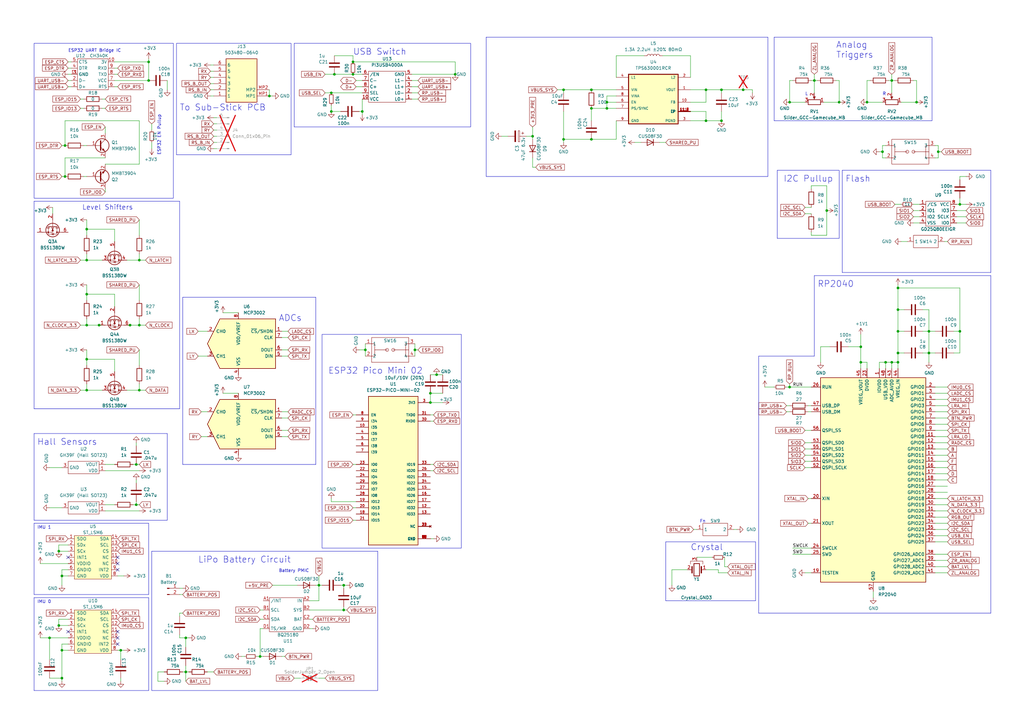
<source format=kicad_sch>
(kicad_sch (version 20231120) (generator "eeschema") (generator_version "8.0")
  (paper "A3")
  (junction (at 427.99 205.74))
  (junction (at 433.07 274.32))
  (junction (at 485.14 167.64))
  (junction (at 35.56 160.02))
  (junction (at 281.94 388.62))
  (junction (at 110.49 39.37))
  (junction (at 368.3 144.78))
  (junction (at 140.97 240.03))
  (junction (at 35.56 120.65))
  (junction (at 365.76 33.02))
  (junction (at 241.3 311.15))
  (junction (at 361.95 62.23))
  (junction (at 368.3 118.11))
  (junction (at -123.19 171.45))
  (junction (at 355.6 41.91))
  (junction (at 35.56 106.68))
  (junction (at 461.01 191.77))
  (junction (at 485.14 187.96))
  (junction (at 433.07 156.21))
  (junction (at 130.81 240.03))
  (junction (at 231.14 36.83))
  (junction (at 35.56 93.98))
  (junction (at 438.15 168.91))
  (junction (at 144.78 25.4))
  (junction (at 368.3 127))
  (junction (at 485.14 120.65))
  (junction (at 365.76 148.59))
  (junction (at 485.14 224.79))
  (junction (at -143.51 171.45))
  (junction (at 485.14 86.36))
  (junction (at 304.8 36.83))
  (junction (at 24.13 226.06))
  (junction (at 57.15 106.68))
  (junction (at 323.85 41.91))
  (junction (at 381 135.89))
  (junction (at 323.85 158.75))
  (junction (at 393.7 83.82))
  (junction (at 485.14 179.07))
  (junction (at 242.57 36.83))
  (junction (at 53.34 133.35))
  (junction (at 24.13 256.54))
  (junction (at 487.68 279.4))
  (junction (at 485.14 99.06))
  (junction (at 60.96 25.4))
  (junction (at 170.18 143.51))
  (junction (at 25.4 266.7))
  (junction (at 427.99 264.16))
  (junction (at 384.81 62.23))
  (junction (at 368.3 135.89))
  (junction (at 60.96 33.02))
  (junction (at 179.07 153.67))
  (junction (at 76.2 275.59))
  (junction (at 186.69 30.48))
  (junction (at 176.53 161.29))
  (junction (at 486.41 162.56))
  (junction (at 241.3 368.3))
  (junction (at -60.96 280.67))
  (junction (at -173.99 187.96))
  (junction (at 236.22 331.47))
  (junction (at 433.07 215.9))
  (junction (at 25.4 278.13))
  (junction (at 26.67 59.69))
  (junction (at 144.78 30.48))
  (junction (at 231.14 57.15))
  (junction (at 289.56 36.83))
  (junction (at 443.23 283.21))
  (junction (at 363.22 148.59))
  (junction (at 248.92 41.91))
  (junction (at 135.89 45.72))
  (junction (at 26.67 72.39))
  (junction (at 486.41 220.98))
  (junction (at 55.88 207.01))
  (junction (at 218.44 55.88))
  (junction (at 368.3 148.59))
  (junction (at 295.91 49.53))
  (junction (at 453.39 245.11))
  (junction (at 106.68 269.24))
  (junction (at 443.23 306.07))
  (junction (at -26.67 215.9))
  (junction (at 40.64 133.35))
  (junction (at 443.23 180.34))
  (junction (at 242.57 57.15))
  (junction (at 148.59 45.72))
  (junction (at -134.62 171.45))
  (junction (at -182.88 185.42))
  (junction (at 353.06 142.24))
  (junction (at 264.16 311.15))
  (junction (at 264.16 368.3))
  (junction (at 218.44 311.15))
  (junction (at 453.39 308.61))
  (junction (at 486.41 265.43))
  (junction (at 135.89 38.1))
  (junction (at 438.15 304.8))
  (junction (at 35.56 133.35))
  (junction (at 57.15 160.02))
  (junction (at 339.09 86.36))
  (junction (at 236.22 388.62))
  (junction (at 242.57 44.45))
  (junction (at 381 144.78))
  (junction (at 486.41 104.14))
  (junction (at 485.14 207.01))
  (junction (at -157.48 171.45))
  (junction (at 485.14 144.78))
  (junction (at 295.91 36.83))
  (junction (at 49.53 266.7))
  (junction (at 485.14 109.22))
  (junction (at 259.08 331.47))
  (junction (at 281.94 331.47))
  (junction (at 76.2 261.62))
  (junction (at 485.14 157.48))
  (junction (at 25.4 236.22))
  (junction (at 259.08 388.62))
  (junction (at -148.59 181.61))
  (junction (at -152.4 199.39))
  (junction (at 140.97 250.19))
  (junction (at 375.92 41.91))
  (junction (at -123.19 181.61))
  (junction (at 453.39 295.91))
  (junction (at 55.88 190.5))
  (junction (at 485.14 217.17))
  (junction (at 353.06 148.59))
  (junction (at 486.41 281.94))
  (junction (at 486.41 289.56))
  (junction (at 334.01 33.02))
  (junction (at 149.86 143.51))
  (junction (at 20.32 261.62))
  (junction (at 35.56 147.32))
  (junction (at -134.62 181.61))
  (junction (at 57.15 133.35))
  (junction (at 448.31 236.22))
  (junction (at 448.31 307.34))
  (junction (at 289.56 49.53))
  (junction (at -173.99 199.39))
  (junction (at 137.16 30.48))
  (junction (at 427.99 143.51))
  (junction (at 248.92 44.45))
  (junction (at 344.17 41.91))
  (junction (at 393.7 135.89))
  (junction (at 218.44 368.3))
  (junction (at 176.53 165.1))
  (junction (at 485.14 234.95))
  (junction (at 438.15 226.06))
  (junction (at -182.88 187.96))
  (junction (at 448.31 290.83))
  (junction (at 486.41 275.59))
  (no_connect (at 27.94 259.08))
  (no_connect (at 48.26 259.08))
  (no_connect (at 27.94 228.6))
  (no_connect (at 48.26 233.68))
  (no_connect (at 48.26 228.6))
  (no_connect (at 48.26 261.62))
  (no_connect (at 48.26 231.14))
  (no_connect (at 48.26 264.16))
  (wire (pts (xy -63.5 237.49) (xy -60.96 237.49)))
  (wire (pts (xy 486.41 205.74) (xy 485.14 207.01)))
  (wire (pts (xy 86.36 36.83) (xy 87.63 36.83)))
  (wire (pts (xy 284.48 217.17) (xy 285.75 217.17)))
  (wire (pts (xy 368.3 144.78) (xy 370.84 144.78)))
  (wire (pts (xy 461.01 194.31) (xy 462.28 194.31)))
  (wire (pts (xy 87.63 58.42) (xy 88.9 58.42)))
  (wire (pts (xy 130.81 240.03) (xy 130.81 246.38)))
  (wire (pts (xy 459.74 304.8) (xy 461.01 303.53)))
  (wire (pts (xy 41.91 106.68) (xy 35.56 106.68)))
  (wire (pts (xy 455.93 234.95) (xy 452.12 234.95)))
  (wire (pts (xy 330.2 87.63) (xy 332.74 87.63)))
  (wire (pts (xy 294.64 233.68) (xy 294.64 234.95)))
  (wire (pts (xy 33.02 106.68) (xy 35.56 106.68)))
  (wire (pts (xy 383.54 186.69) (xy 388.62 186.69)))
  (wire (pts (xy 454.66 215.9) (xy 467.36 215.9)))
  (wire (pts (xy 294.64 234.95) (xy 298.45 234.95)))
  (wire (pts (xy 383.54 217.17) (xy 388.62 217.17)))
  (wire (pts (xy 485.14 157.48) (xy 485.14 161.29)))
  (wire (pts (xy 46.99 93.98) (xy 35.56 93.98)))
  (wire (pts (xy 485.14 224.79) (xy 485.14 222.25)))
  (wire (pts (xy 483.87 168.91) (xy 485.14 167.64)))
  (wire (pts (xy 231.14 57.15) (xy 242.57 57.15)))
  (wire (pts (xy 438.15 168.91) (xy 438.15 226.06)))
  (wire (pts (xy 142.24 240.03) (xy 140.97 240.03)))
  (wire (pts (xy 57.15 90.17) (xy 57.15 96.52)))
  (wire (pts (xy 57.15 160.02) (xy 57.15 157.48)))
  (wire (pts (xy 486.41 289.56) (xy 486.41 297.18)))
  (wire (pts (xy 452.12 306.07) (xy 450.85 307.34)))
  (wire (pts (xy 130.81 240.03) (xy 132.08 240.03)))
  (wire (pts (xy 264.16 368.3) (xy 264.16 378.46)))
  (wire (pts (xy 194.31 383.54) (xy 195.58 383.54)))
  (wire (pts (xy 450.85 167.64) (xy 441.96 167.64)))
  (wire (pts (xy 393.7 72.39) (xy 393.7 73.66)))
  (wire (pts (xy 482.6 180.34) (xy 483.87 180.34)))
  (wire (pts (xy 431.8 262.89) (xy 430.53 264.16)))
  (wire (pts (xy 363.22 148.59) (xy 363.22 151.13)))
  (wire (pts (xy 43.18 52.07) (xy 43.18 54.61)))
  (wire (pts (xy 378.46 127) (xy 381 127)))
  (wire (pts (xy 450.85 142.24) (xy 431.8 142.24)))
  (wire (pts (xy 111.76 240.03) (xy 121.92 240.03)))
  (wire (pts (xy 248.92 44.45) (xy 248.92 41.91)))
  (wire (pts (xy 383.54 212.09) (xy 388.62 212.09)))
  (wire (pts (xy 383.54 161.29) (xy 388.62 161.29)))
  (wire (pts (xy 275.59 233.68) (xy 275.59 240.03)))
  (wire (pts (xy 40.64 133.35) (xy 35.56 133.35)))
  (wire (pts (xy 48.26 266.7) (xy 49.53 266.7)))
  (wire (pts (xy 457.2 306.07) (xy 458.47 304.8)))
  (wire (pts (xy 383.54 166.37) (xy 388.62 166.37)))
  (wire (pts (xy 86.36 29.21) (xy 87.63 29.21)))
  (polyline (pts (xy 406.4 111.76) (xy 345.44 111.76)))
  (polyline (pts (xy 68.58 177.8) (xy 13.97 177.8)))
  (wire (pts (xy 438.15 226.06) (xy 440.69 226.06)))
  (wire (pts (xy 86.36 34.29) (xy 87.63 34.29)))
  (wire (pts (xy 383.54 168.91) (xy 388.62 168.91)))
  (wire (pts (xy 482.6 274.32) (xy 485.14 274.32)))
  (wire (pts (xy -173.99 187.96) (xy -170.18 187.96)))
  (wire (pts (xy 453.39 308.61) (xy 453.39 312.42)))
  (wire (pts (xy 387.35 99.06) (xy 388.62 99.06)))
  (wire (pts (xy 495.3 162.56) (xy 504.19 162.56)))
  (wire (pts (xy 57.15 133.35) (xy 59.69 133.35)))
  (wire (pts (xy 501.65 279.4) (xy 502.92 280.67)))
  (wire (pts (xy 24.13 254) (xy 24.13 256.54)))
  (wire (pts (xy 374.65 83.82) (xy 377.19 83.82)))
  (wire (pts (xy 238.76 383.54) (xy 241.3 383.54)))
  (wire (pts (xy 340.36 142.24) (xy 336.55 142.24)))
  (wire (pts (xy 383.54 176.53) (xy 388.62 176.53)))
  (wire (pts (xy 485.14 224.79) (xy 485.14 234.95)))
  (wire (pts (xy 448.31 307.34) (xy 450.85 307.34)))
  (wire (pts (xy 195.58 321.31) (xy 195.58 311.15)))
  (polyline (pts (xy 60.96 245.11) (xy 60.96 283.21)))
  (wire (pts (xy 436.88 273.05) (xy 435.61 274.32)))
  (wire (pts (xy 502.92 302.26) (xy 500.38 304.8)))
  (wire (pts (xy 106.68 269.24) (xy 105.41 269.24)))
  (wire (pts (xy 127 257.81) (xy 128.27 257.81)))
  (wire (pts (xy 76.2 265.43) (xy 76.2 261.62)))
  (wire (pts (xy 106.68 250.19) (xy 107.95 250.19)))
  (wire (pts (xy 68.58 36.83) (xy 68.58 33.02)))
  (wire (pts (xy 347.98 142.24) (xy 353.06 142.24)))
  (wire (pts (xy 219.71 68.58) (xy 218.44 68.58)))
  (wire (pts (xy -157.48 171.45) (xy -143.51 171.45)))
  (wire (pts (xy 242.57 57.15) (xy 252.73 57.15)))
  (wire (pts (xy 483.87 110.49) (xy 485.14 109.22)))
  (wire (pts (xy 130.81 278.13) (xy 133.35 278.13)))
  (wire (pts (xy 454.66 236.22) (xy 455.93 234.95)))
  (wire (pts (xy 363.22 148.59) (xy 365.76 148.59)))
  (polyline (pts (xy 74.93 121.92) (xy 129.54 121.92)))
  (wire (pts (xy 271.78 22.86) (xy 283.21 22.86)))
  (wire (pts (xy 297.18 228.6) (xy 297.18 232.41)))
  (wire (pts (xy 454.66 226.06) (xy 467.36 226.06)))
  (wire (pts (xy 506.73 302.26) (xy 500.38 308.61)))
  (wire (pts (xy 427.99 143.51) (xy 427.99 205.74)))
  (wire (pts (xy 27.94 30.48) (xy 29.21 30.48)))
  (wire (pts (xy 485.14 222.25) (xy 486.41 220.98)))
  (wire (pts (xy 433.07 156.21) (xy 433.07 215.9)))
  (wire (pts (xy 86.36 31.75) (xy 87.63 31.75)))
  (wire (pts (xy 205.74 55.88) (xy 208.28 55.88)))
  (wire (pts (xy 130.81 236.22) (xy 130.81 240.03)))
  (wire (pts (xy 144.78 190.5) (xy 146.05 190.5)))
  (wire (pts (xy 365.76 33.02) (xy 367.03 33.02)))
  (wire (pts (xy 87.63 48.26) (xy 88.9 48.26)))
  (wire (pts (xy -185.42 182.88) (xy -184.15 182.88)))
  (wire (pts (xy -162.56 170.18) (xy -162.56 180.34)))
  (wire (pts (xy 365.76 148.59) (xy 368.3 148.59)))
  (wire (pts (xy 434.34 97.79) (xy 472.44 97.79)))
  (wire (pts (xy 297.18 232.41) (xy 298.45 232.41)))
  (wire (pts (xy 334.01 33.02) (xy 335.28 33.02)))
  (wire (pts (xy 472.44 247.65) (xy 469.9 247.65)))
  (wire (pts (xy 438.15 226.06) (xy 438.15 304.8)))
  (wire (pts (xy 262.89 58.42) (xy 260.35 58.42)))
  (wire (pts (xy 383.54 219.71) (xy 388.62 219.71)))
  (wire (pts (xy 25.4 233.68) (xy 27.94 233.68)))
  (wire (pts (xy 176.53 170.18) (xy 177.8 170.18)))
  (wire (pts (xy 49.53 278.13) (xy 49.53 279.4)))
  (wire (pts (xy 383.54 222.25) (xy 388.62 222.25)))
  (wire (pts (xy 431.8 204.47) (xy 430.53 205.74)))
  (polyline (pts (xy 298.45 299.72) (xy 298.45 392.43)))
  (wire (pts (xy 300.99 217.17) (xy 302.26 217.17)))
  (wire (pts (xy -123.19 181.61) (xy -118.11 181.61)))
  (wire (pts (xy 106.68 254) (xy 107.95 254)))
  (wire (pts (xy 62.23 50.8) (xy 62.23 53.34)))
  (wire (pts (xy 482.6 143.51) (xy 483.87 143.51)))
  (wire (pts (xy 393.7 135.89) (xy 393.7 144.78)))
  (wire (pts (xy 283.21 49.53) (xy 289.56 49.53)))
  (wire (pts (xy 483.87 189.23) (xy 485.14 187.96)))
  (wire (pts (xy 147.32 143.51) (xy 149.86 143.51)))
  (wire (pts (xy 76.2 261.62) (xy 77.47 261.62)))
  (wire (pts (xy 455.93 204.47) (xy 431.8 204.47)))
  (wire (pts (xy 482.6 128.27) (xy 483.87 128.27)))
  (polyline (pts (xy 60.96 283.21) (xy 13.97 283.21)))
  (wire (pts (xy -182.88 184.15) (xy -182.88 185.42)))
  (wire (pts (xy 215.9 378.46) (xy 215.9 383.54)))
  (wire (pts (xy -123.19 171.45) (xy -118.11 171.45)))
  (polyline (pts (xy 311.15 146.05) (xy 334.01 146.05)))
  (wire (pts (xy 107.95 257.81) (xy 106.68 257.81)))
  (wire (pts (xy 91.44 128.27) (xy 97.79 128.27)))
  (wire (pts (xy 135.89 45.72) (xy 139.7 45.72)))
  (wire (pts (xy 57.15 133.35) (xy 57.15 130.81)))
  (wire (pts (xy 87.63 50.8) (xy 88.9 50.8)))
  (polyline (pts (xy 13.97 245.11) (xy 13.97 283.21)))
  (wire (pts (xy 176.53 172.72) (xy 177.8 172.72)))
  (wire (pts (xy 330.2 191.77) (xy 332.74 191.77)))
  (wire (pts (xy 454.66 283.21) (xy 455.93 281.94)))
  (wire (pts (xy 213.36 331.47) (xy 213.36 326.39)))
  (wire (pts (xy 369.57 41.91) (xy 375.92 41.91)))
  (wire (pts (xy 334.01 33.02) (xy 332.74 33.02)))
  (wire (pts (xy 454.66 191.77) (xy 461.01 191.77)))
  (wire (pts (xy 375.92 41.91) (xy 375.92 33.02)))
  (wire (pts (xy 455.93 262.89) (xy 431.8 262.89)))
  (wire (pts (xy 454.66 215.9) (xy 455.93 214.63)))
  (wire (pts (xy 448.31 307.34) (xy 448.31 312.42)))
  (wire (pts (xy 454.66 274.32) (xy 472.44 274.32)))
  (wire (pts (xy 86.36 26.67) (xy 87.63 26.67)))
  (wire (pts (xy -182.88 198.12) (xy -181.61 199.39)))
  (wire (pts (xy 323.85 33.02) (xy 325.12 33.02)))
  (wire (pts (xy 483.87 194.31) (xy 485.14 193.04)))
  (wire (pts (xy 186.69 25.4) (xy 186.69 30.48)))
  (wire (pts (xy 20.32 270.51) (xy 20.32 261.62)))
  (wire (pts (xy 344.17 33.02) (xy 342.9 33.02)))
  (wire (pts (xy 485.14 102.87) (xy 486.41 104.14)))
  (wire (pts (xy 52.07 106.68) (xy 57.15 106.68)))
  (wire (pts (xy 73.66 241.3) (xy 74.93 241.3)))
  (wire (pts (xy 453.39 295.91) (xy 469.9 295.91)))
  (wire (pts (xy 24.13 256.54) (xy 27.94 256.54)))
  (wire (pts (xy 231.14 58.42) (xy 231.14 57.15)))
  (wire (pts (xy 87.63 60.96) (xy 88.9 60.96)))
  (wire (pts (xy 392.43 86.36) (xy 396.24 86.36)))
  (wire (pts (xy 25.4 236.22) (xy 27.94 236.22)))
  (wire (pts (xy 285.75 228.6) (xy 292.1 228.6)))
  (wire (pts (xy 485.14 86.36) (xy 485.14 99.06)))
  (wire (pts (xy 82.55 168.91) (xy 85.09 168.91)))
  (wire (pts (xy 392.43 91.44) (xy 396.24 91.44)))
  (wire (pts (xy 502.92 280.67) (xy 502.92 302.26)))
  (wire (pts (xy 448.31 290.83) (xy 448.31 307.34)))
  (wire (pts (xy 35.56 93.98) (xy 35.56 96.52)))
  (wire (pts (xy 332.74 77.47) (xy 332.74 76.2)))
  (polyline (pts (xy 406.4 113.03) (xy 334.01 113.03)))
  (wire (pts (xy 233.68 307.34) (xy 237.49 307.34)))
  (wire (pts (xy 53.34 133.35) (xy 57.15 133.35)))
  (wire (pts (xy -26.67 215.9) (xy -26.67 214.63)))
  (wire (pts (xy 67.31 279.4) (xy 64.77 279.4)))
  (wire (pts (xy 478.79 298.45) (xy 480.06 299.72)))
  (wire (pts (xy 54.61 207.01) (xy 55.88 207.01)))
  (wire (pts (xy 35.56 143.51) (xy 35.56 147.32)))
  (wire (pts (xy -63.5 270.51) (xy -60.96 270.51)))
  (wire (pts (xy -181.61 168.91) (xy -180.34 168.91)))
  (wire (pts (xy 368.3 116.84) (xy 368.3 118.11)))
  (wire (pts (xy 133.35 30.48) (xy 137.16 30.48)))
  (wire (pts (xy 381 135.89) (xy 381 144.78)))
  (wire (pts (xy 215.9 383.54) (xy 218.44 383.54)))
  (wire (pts (xy 27.94 25.4) (xy 29.21 25.4)))
  (wire (pts (xy 81.28 146.05) (xy 85.09 146.05)))
  (wire (pts (xy 25.4 264.16) (xy 25.4 266.7)))
  (polyline (pts (xy 60.96 243.84) (xy 13.97 243.84)))
  (wire (pts (xy 448.31 236.22) (xy 450.85 236.22)))
  (wire (pts (xy 176.53 165.1) (xy 181.61 165.1)))
  (wire (pts (xy 57.15 143.51) (xy 57.15 149.86)))
  (wire (pts (xy 486.41 143.51) (xy 485.14 144.78)))
  (wire (pts (xy 41.91 40.64) (xy 43.18 40.64)))
  (wire (pts (xy 120.65 278.13) (xy 123.19 278.13)))
  (wire (pts (xy 392.43 88.9) (xy 396.24 88.9)))
  (wire (pts (xy 383.54 191.77) (xy 388.62 191.77)))
  (wire (pts (xy 213.36 378.46) (xy 215.9 378.46)))
  (wire (pts (xy 383.54 232.41) (xy 388.62 232.41)))
  (wire (pts (xy 482.6 156.21) (xy 483.87 156.21)))
  (wire (pts (xy 485.14 109.22) (xy 485.14 120.65)))
  (wire (pts (xy 383.54 158.75) (xy 388.62 158.75)))
  (wire (pts (xy 487.68 85.09) (xy 486.41 85.09)))
  (wire (pts (xy -63.5 247.65) (xy -60.96 247.65)))
  (wire (pts (xy 393.7 118.11) (xy 393.7 135.89)))
  (polyline (pts (xy 273.05 222.25) (xy 273.05 246.38)))
  (wire (pts (xy 48.26 236.22) (xy 50.8 236.22)))
  (wire (pts (xy 57.15 67.31) (xy 57.15 49.53)))
  (wire (pts (xy 449.58 130.81) (xy 464.82 130.81)))
  (wire (pts (xy 115.57 146.05) (xy 118.11 146.05)))
  (wire (pts (xy 330.2 234.95) (xy 332.74 234.95)))
  (wire (pts (xy 330.2 189.23) (xy 332.74 189.23)))
  (wire (pts (xy -173.99 187.96) (xy -173.99 190.5)))
  (wire (pts (xy 452.12 234.95) (xy 450.85 236.22)))
  (wire (pts (xy 238.76 321.31) (xy 238.76 326.39)))
  (wire (pts (xy 485.14 234.95) (xy 485.14 246.38)))
  (wire (pts (xy 494.03 121.92) (xy 492.76 120.65)))
  (wire (pts (xy 25.4 266.7) (xy 27.94 266.7)))
  (wire (pts (xy 241.3 368.3) (xy 264.16 368.3)))
  (wire (pts (xy 322.58 158.75) (xy 323.85 158.75)))
  (wire (pts (xy 55.88 190.5) (xy 57.15 190.5)))
  (wire (pts (xy 486.41 278.13) (xy 487.68 279.4)))
  (wire (pts (xy 353.06 137.16) (xy 353.06 142.24)))
  (wire (pts (xy 332.74 224.79) (xy 325.12 224.79)))
  (wire (pts (xy 454.66 205.74) (xy 455.93 204.47)))
  (wire (pts (xy -123.19 161.29) (xy -123.19 162.56)))
  (wire (pts (xy 264.16 311.15) (xy 284.48 311.15)))
  (wire (pts (xy 368.3 144.78) (xy 368.3 148.59)))
  (wire (pts (xy 383.54 209.55) (xy 388.62 209.55)))
  (wire (pts (xy 486.41 281.94) (xy 486.41 280.67)))
  (wire (pts (xy -185.42 186.69) (xy -184.15 186.69)))
  (wire (pts (xy 304.8 36.83) (xy 308.61 36.83)))
  (wire (pts (xy 368.3 135.89) (xy 368.3 144.78)))
  (wire (pts (xy 441.96 303.53) (xy 461.01 303.53)))
  (wire (pts (xy 383.54 59.69) (xy 384.81 59.69)))
  (wire (pts (xy 149.86 143.51) (xy 149.86 146.05)))
  (wire (pts (xy 454.66 226.06) (xy 455.93 224.79)))
  (wire (pts (xy 21.59 85.09) (xy 21.59 87.63)))
  (wire (pts (xy 213.36 360.68) (xy 213.36 355.6)))
  (wire (pts (xy 20.32 208.28) (xy 25.4 208.28)))
  (wire (pts (xy 478.79 290.83) (xy 485.14 290.83)))
  (wire (pts (xy 360.68 148.59) (xy 363.22 148.59)))
  (wire (pts (xy 433.07 215.9) (xy 433.07 274.32)))
  (wire (pts (xy 41.91 160.02) (xy 35.56 160.02)))
  (wire (pts (xy 76.2 275.59) (xy 74.93 275.59)))
  (wire (pts (xy 43.18 190.5) (xy 46.99 190.5)))
  (wire (pts (xy 334.01 30.48) (xy 334.01 33.02)))
  (wire (pts (xy 353.06 142.24) (xy 353.06 148.59)))
  (wire (pts (xy 486.41 265.43) (xy 486.41 275.59)))
  (wire (pts (xy -63.5 224.79) (xy -60.96 224.79)))
  (wire (pts (xy -63.5 273.05) (xy -60.96 273.05)))
  (wire (pts (xy 365.76 33.02) (xy 364.49 33.02)))
  (wire (pts (xy 383.54 189.23) (xy 388.62 189.23)))
  (wire (pts (xy 176.53 153.67) (xy 179.07 153.67)))
  (wire (pts (xy 482.6 168.91) (xy 483.87 168.91)))
  (wire (pts (xy 332.74 95.25) (xy 332.74 96.52)))
  (wire (pts (xy 485.14 144.78) (xy 485.14 157.48)))
  (wire (pts (xy 453.39 245.11) (xy 453.39 295.91)))
  (wire (pts (xy 49.53 266.7) (xy 50.8 266.7)))
  (wire (pts (xy 64.77 279.4) (xy 64.77 275.59)))
  (polyline (pts (xy -196.85 172.72) (xy -196.85 205.74)))
  (wire (pts (xy 504.19 222.25) (xy 504.19 302.26)))
  (wire (pts (xy 455.93 224.79) (xy 441.96 224.79)))
  (wire (pts (xy 231.14 36.83) (xy 242.57 36.83)))
  (wire (pts (xy 73.66 251.46) (xy 73.66 252.73)))
  (wire (pts (xy 242.57 36.83) (xy 252.73 36.83)))
  (wire (pts (xy 295.91 36.83) (xy 295.91 38.1)))
  (wire (pts (xy 344.17 41.91) (xy 337.82 41.91)))
  (wire (pts (xy 195.58 340.36) (xy 214.63 340.36)))
  (wire (pts (xy 275.59 233.68) (xy 281.94 233.68)))
  (wire (pts (xy 259.08 388.62) (xy 259.08 383.54)))
  (wire (pts (xy -134.62 180.34) (xy -134.62 181.61)))
  (wire (pts (xy 236.22 378.46) (xy 238.76 378.46)))
  (wire (pts (xy 374.65 86.36) (xy 377.19 86.36)))
  (wire (pts (xy 485.14 283.21) (xy 486.41 281.94)))
  (wire (pts (xy 43.18 67.31) (xy 57.15 67.31)))
  (wire (pts (xy 46.99 152.4) (xy 46.99 147.32)))
  (wire (pts (xy 43.18 207.01) (xy 46.99 207.01)))
  (wire (pts (xy 485.14 187.96) (xy 485.14 193.04)))
  (wire (pts (xy 469.9 247.65) (xy 467.36 245.11)))
  (wire (pts (xy 146.05 35.56) (xy 148.59 35.56)))
  (wire (pts (xy 33.02 133.35) (xy 35.56 133.35)))
  (wire (pts (xy 323.85 157.48) (xy 323.85 158.75)))
  (wire (pts (xy 383.54 227.33) (xy 388.62 227.33)))
  (wire (pts (xy 485.14 274.32) (xy 486.41 275.59)))
  (wire (pts (xy 486.41 280.67) (xy 487.68 279.4)))
  (wire (pts (xy 24.13 223.52) (xy 24.13 226.06)))
  (wire (pts (xy 393.7 144.78) (xy 391.16 144.78)))
  (wire (pts (xy 115.57 171.45) (xy 118.11 171.45)))
  (wire (pts (xy 383.54 184.15) (xy 388.62 184.15)))
  (wire (pts (xy 438.15 304.8) (xy 440.69 304.8)))
  (wire (pts (xy 64.77 275.59) (xy 67.31 275.59)))
  (wire (pts (xy 365.76 30.48) (xy 365.76 33.02)))
  (wire (pts (xy 330.2 184.15) (xy 332.74 184.15)))
  (wire (pts (xy 355.6 33.02) (xy 356.87 33.02)))
  (wire (pts (xy -152.4 199.39) (xy -152.4 200.66)))
  (wire (pts (xy -63.5 250.19) (xy -60.96 250.19)))
  (wire (pts (xy 368.3 135.89) (xy 370.84 135.89)))
  (wire (pts (xy -63.5 252.73) (xy -60.96 252.73)))
  (wire (pts (xy -182.88 187.96) (xy -173.99 187.96)))
  (wire (pts (xy 281.94 331.47) (xy 281.94 326.39)))
  (wire (pts (xy 443.23 180.34) (xy 443.23 283.21)))
  (wire (pts (xy 485.14 290.83) (xy 486.41 289.56)))
  (wire (pts (xy 339.09 76.2) (xy 339.09 86.36)))
  (wire (pts (xy 264.16 311.15) (xy 264.16 321.31)))
  (wire (pts (xy 482.6 236.22) (xy 483.87 236.22)))
  (wire (pts (xy 127 254) (xy 128.27 254)))
  (wire (pts (xy 57.15 106.68) (xy 59.69 106.68)))
  (wire (pts (xy 110.49 39.37) (xy 111.76 39.37)))
  (wire (pts (xy 73.66 261.62) (xy 76.2 261.62)))
  (wire (pts (xy 339.09 96.52) (xy 339.09 86.36)))
  (wire (pts (xy 127 246.38) (xy 130.81 246.38)))
  (wire (pts (xy -152.4 193.04) (xy -152.4 199.39)))
  (wire (pts (xy 449.58 143.51) (xy 450.85 142.24)))
  (wire (pts (xy 504.19 162.56) (xy 505.46 163.83)))
  (polyline (pts (xy 406.4 69.85) (xy 406.4 111.76)))
  (wire (pts (xy -157.48 170.18) (xy -157.48 171.45)))
  (wire (pts (xy 361.95 64.77) (xy 363.22 64.77)))
  (wire (pts (xy 486.41 162.56) (xy 487.68 162.56)))
  (wire (pts (xy 483.87 226.06) (xy 485.14 224.79)))
  (wire (pts (xy 149.86 140.97) (xy 149.86 143.51)))
  (wire (pts (xy 86.36 39.37) (xy 87.63 39.37)))
  (wire (pts (xy -123.19 181.61) (xy -123.19 182.88)))
  (wire (pts (xy 242.57 44.45) (xy 242.57 49.53)))
  (wire (pts (xy 284.48 388.62) (xy 281.94 388.62)))
  (wire (pts (xy 427.99 264.16) (xy 430.53 264.16)))
  (wire (pts (xy 365.76 148.59) (xy 365.76 151.13)))
  (wire (pts (xy 461.01 191.77) (xy 461.01 194.31)))
  (wire (pts (xy 25.4 279.4) (xy 25.4 278.13)))
  (wire (pts (xy 360.68 151.13) (xy 360.68 148.59)))
  (wire (pts (xy 27.94 223.52) (xy 24.13 223.52)))
  (polyline (pts (xy 13.97 82.55) (xy 13.97 167.64)))
  (wire (pts (xy -63.5 232.41) (xy -60.96 232.41)))
  (wire (pts (xy -173.99 199.39) (xy -152.4 199.39)))
  (wire (pts (xy 491.49 128.27) (xy 492.76 128.27)))
  (wire (pts (xy -20.32 223.52) (xy -20.32 227.33)))
  (wire (pts (xy 485.14 207.01) (xy 485.14 217.17)))
  (wire (pts (xy -184.15 186.69) (xy -182.88 185.42)))
  (wire (pts (xy 393.7 81.28) (xy 393.7 83.82)))
  (wire (pts (xy -63.5 240.03) (xy -60.96 240.03)))
  (wire (pts (xy 106.68 269.24) (xy 107.95 269.24)))
  (wire (pts (xy 236.22 388.62) (xy 236.22 383.54)))
  (wire (pts (xy 25.4 59.69) (xy 26.67 59.69)))
  (wire (pts (xy 35.56 90.17) (xy 35.56 93.98)))
  (wire (pts (xy 215.9 55.88) (xy 218.44 55.88)))
  (wire (pts (xy 76.2 279.4) (xy 76.2 275.59)))
  (polyline (pts (xy 13.97 214.63) (xy 13.97 243.84)))
  (wire (pts (xy 384.81 62.23) (xy 386.08 62.23)))
  (wire (pts (xy 330.2 85.09) (xy 332.74 85.09)))
  (wire (pts (xy 168.91 35.56) (xy 171.45 35.56)))
  (wire (pts (xy 99.06 269.24) (xy 100.33 269.24)))
  (wire (pts (xy 455.93 214.63) (xy 436.88 214.63)))
  (wire (pts (xy 176.53 220.98) (xy 177.8 220.98)))
  (wire (pts (xy 383.54 64.77) (xy 384.81 64.77)))
  (polyline (pts (xy 129.54 121.92) (xy 129.54 190.5)))
  (wire (pts (xy 135.89 43.18) (xy 135.89 45.72)))
  (wire (pts (xy 443.23 123.19) (xy 444.5 121.92)))
  (wire (pts (xy 455.93 281.94) (xy 447.04 281.94)))
  (wire (pts (xy 43.18 209.55) (xy 57.15 209.55)))
  (wire (pts (xy 241.3 311.15) (xy 264.16 311.15)))
  (wire (pts (xy 433.07 274.32) (xy 435.61 274.32)))
  (polyline (pts (xy 73.66 82.55) (xy 73.66 167.64)))
  (wire (pts (xy 281.94 378.46) (xy 283.21 378.46)))
  (wire (pts (xy 368.3 118.11) (xy 368.3 127)))
  (wire (pts (xy 439.42 110.49) (xy 438.15 111.76)))
  (wire (pts (xy 358.14 242.57) (xy 358.14 245.11)))
  (wire (pts (xy 236.22 331.47) (xy 236.22 326.39)))
  (wire (pts (xy 281.94 331.47) (xy 259.08 331.47)))
  (wire (pts (xy 441.96 224.79) (xy 440.69 226.06)))
  (wire (pts (xy 252.73 44.45) (xy 248.92 44.45)))
  (wire (pts (xy 393.7 72.39) (xy 396.24 72.39)))
  (wire (pts (xy 295.91 36.83) (xy 304.8 36.83)))
  (wire (pts (xy 16.51 231.14) (xy 27.94 231.14)))
  (wire (pts (xy -184.15 182.88) (xy -182.88 184.15)))
  (wire (pts (xy 228.6 36.83) (xy 231.14 36.83)))
  (wire (pts (xy 361.95 62.23) (xy 361.95 64.77)))
  (wire (pts (xy -123.19 170.18) (xy -123.19 171.45)))
  (wire (pts (xy 427.99 264.16) (xy 427.99 312.42)))
  (wire (pts (xy 231.14 38.1) (xy 231.14 36.83)))
  (wire (pts (xy 46.99 30.48) (xy 48.26 30.48)))
  (wire (pts (xy 447.04 304.8) (xy 445.77 306.07)))
  (wire (pts (xy 502.92 220.98) (xy 504.19 222.25)))
  (wire (pts (xy 383.54 207.01) (xy 388.62 207.01)))
  (wire (pts (xy 27.94 33.02) (xy 29.21 33.02)))
  (wire (pts (xy 35.56 120.65) (xy 35.56 123.19)))
  (wire (pts (xy 35.56 133.35) (xy 35.56 130.81)))
  (wire (pts (xy 323.85 168.91) (xy 322.58 168.91)))
  (wire (pts (xy 33.02 44.45) (xy 34.29 44.45)))
  (wire (pts (xy -134.62 198.12) (xy -135.89 199.39)))
  (wire (pts (xy 368.3 127) (xy 368.3 135.89)))
  (wire (pts (xy 332.74 96.52) (xy 339.09 96.52)))
  (polyline (pts (xy 129.54 190.5) (xy 74.93 190.5)))
  (wire (pts (xy 332.74 166.37) (xy 331.47 166.37)))
  (wire (pts (xy 485.14 167.64) (xy 485.14 179.07)))
  (wire (pts (xy 283.21 36.83) (xy 289.56 36.83)))
  (wire (pts (xy 332.74 168.91) (xy 331.47 168.91)))
  (wire (pts (xy 73.66 243.84) (xy 74.93 243.84)))
  (wire (pts (xy 448.31 236.22) (xy 448.31 290.83)))
  (wire (pts (xy 443.23 306.07) (xy 445.77 306.07)))
  (wire (pts (xy 361.95 59.69) (xy 361.95 62.23)))
  (wire (pts (xy 289.56 41.91) (xy 289.56 36.83)))
  (wire (pts (xy 381 127) (xy 381 135.89)))
  (wire (pts (xy 264.16 368.3) (xy 284.48 368.3)))
  (wire (pts (xy 195.58 368.3) (xy 218.44 368.3)))
  (wire (pts (xy 485.14 163.83) (xy 486.41 162.56)))
  (wire (pts (xy 26.67 49.53) (xy 26.67 59.69)))
  (wire (pts (xy 213.36 360.68) (xy 214.63 360.68)))
  (wire (pts (xy 46.99 147.32) (xy 35.56 147.32)))
  (wire (pts (xy 353.06 148.59) (xy 355.6 148.59)))
  (wire (pts (xy 241.3 311.15) (xy 241.3 321.31)))
  (wire (pts (xy 46.99 27.94) (xy 48.26 27.94)))
  (wire (pts (xy 20.32 191.77) (xy 25.4 191.77)))
  (wire (pts (xy 383.54 179.07) (xy 388.62 179.07)))
  (wire (pts (xy 148.59 45.72) (xy 148.59 46.99)))
  (wire (pts (xy 213.36 388.62) (xy 213.36 383.54)))
  (wire (pts (xy 55.88 198.12) (xy 55.88 196.85)))
  (wire (pts (xy 438.15 168.91) (xy 440.69 168.91)))
  (wire (pts (xy 52.07 160.02) (xy 57.15 160.02)))
  (wire (pts (xy 213.36 350.52) (xy 215.9 350.52)))
  (wire (pts (xy 383.54 201.93) (xy 388.62 201.93)))
  (wire (pts (xy 195.58 378.46) (xy 195.58 368.3)))
  (polyline (pts (xy 273.05 222.25) (xy 309.88 222.25)))
  (wire (pts (xy 283.21 41.91) (xy 289.56 41.91)))
  (wire (pts (xy 448.31 290.83) (xy 450.85 290.83)))
  (wire (pts (xy 34.29 72.39) (xy 35.56 72.39)))
  (wire (pts (xy 55.88 181.61) (xy 55.88 182.88)))
  (wire (pts (xy 26.67 64.77) (xy 43.18 64.77)))
  (wire (pts (xy 383.54 199.39) (xy 388.62 199.39)))
  (wire (pts (xy 449.58 168.91) (xy 450.85 167.64)))
  (wire (pts (xy 140.97 248.92) (xy 140.97 250.19)))
  (wire (pts (xy 492.76 128.27) (xy 494.03 127)))
  (wire (pts (xy 383.54 234.95) (xy 388.62 234.95)))
  (wire (pts (xy 453.39 193.04) (xy 454.66 191.77)))
  (wire (pts (xy 478.79 283.21) (xy 485.14 283.21)))
  (wire (pts (xy 454.66 307.34) (xy 500.38 307.34)))
  (wire (pts (xy -148.59 181.61) (xy -134.62 181.61)))
  (wire (pts (xy 485.14 120.65) (xy 492.76 120.65)))
  (wire (pts (xy 332.74 76.2) (xy 339.09 76.2)))
  (wire (pts (xy 252.73 22.86) (xy 264.16 22.86)))
  (wire (pts (xy -152.4 182.88) (xy -151.13 181.61)))
  (polyline (pts (xy 13.97 245.11) (xy 60.96 245.11)))
  (wire (pts (xy 455.93 289.56) (xy 452.12 289.56)))
  (wire (pts (xy -134.62 171.45) (xy -123.19 171.45)))
  (wire (pts (xy 135.89 38.1) (xy 148.59 38.1)))
  (wire (pts (xy 461.01 189.23) (xy 462.28 189.23)))
  (wire (pts (xy 146.05 33.02) (xy 148.59 33.02)))
  (wire (pts (xy 144.78 30.48) (xy 148.59 30.48)))
  (wire (pts (xy 453.39 193.04) (xy 453.39 245.11)))
  (wire (pts (xy 252.73 31.75) (xy 252.73 22.86)))
  (wire (pts (xy 168.91 33.02) (xy 171.45 33.02)))
  (wire (pts (xy 330.2 186.69) (xy 332.74 186.69)))
  (wire (pts (xy 483.87 85.09) (xy 485.14 86.36)))
  (wire (pts (xy 486.41 281.94) (xy 486.41 289.56)))
  (wire (pts (xy 505.46 302.26) (xy 500.38 307.34)))
  (wire (pts (xy 472.44 130.81) (xy 473.71 130.81)))
  (wire (pts (xy 238.76 378.46) (xy 238.76 383.54)))
  (wire (pts (xy 461.01 189.23) (xy 461.01 191.77)))
  (wire (pts (xy 261.62 383.54) (xy 264.16 383.54)))
  (wire (pts (xy 57.15 116.84) (xy 57.15 123.19)))
  (wire (pts (xy 485.14 109.22) (xy 485.14 105.41)))
  (wire (pts (xy 383.54 181.61) (xy 388.62 181.61)))
  (wire (pts (xy 52.07 133.35) (xy 53.34 133.35)))
  (wire (pts (xy 218.44 368.3) (xy 218.44 378.46)))
  (wire (pts (xy 454.66 274.32) (xy 455.93 273.05)))
  (wire (pts (xy 472.44 110.49) (xy 439.42 110.49)))
  (wire (pts (xy 194.31 326.39) (xy 195.58 326.39)))
  (wire (pts (xy -157.48 171.45) (xy -157.48 172.72)))
  (wire (pts (xy 485.14 167.64) (xy 485.14 163.83)))
  (wire (pts (xy 231.14 45.72) (xy 231.14 57.15)))
  (wire (pts (xy 383.54 204.47) (xy 388.62 204.47)))
  (wire (pts (xy 392.43 83.82) (xy 393.7 83.82)))
  (wire (pts (xy 241.3 368.3) (xy 241.3 378.46)))
  (wire (pts (xy 450.85 179.07) (xy 447.04 179.07)))
  (wire (pts (xy 218.44 55.88) (xy 218.44 57.15)))
  (wire (pts (xy 482.6 110.49) (xy 483.87 110.49)))
  (wire (pts (xy 448.31 132.08) (xy 448.31 236.22)))
  (wire (pts (xy 449.58 143.51) (xy 472.44 143.51)))
  (polyline (pts (xy 68.58 213.36) (xy 68.58 177.8)))
  (wire (pts (xy -63.5 229.87) (xy -60.96 229.87)))
  (wire (pts (xy 482.6 121.92) (xy 483.87 121.92)))
  (wire (pts (xy 506.73 105.41) (xy 506.73 302.26)))
  (wire (pts (xy -26.67 215.9) (xy -20.32 215.9)))
  (wire (pts (xy 449.58 156.21) (xy 450.85 154.94)))
  (wire (pts (xy 289.56 233.68) (xy 294.64 233.68)))
  (wire (pts (xy 144.78 208.28) (xy 146.05 208.28)))
  (wire (pts (xy 487.68 143.51) (xy 486.41 143.51)))
  (wire (pts (xy 106.68 257.81) (xy 106.68 269.24)))
  (polyline (pts (xy -196.85 172.72) (xy -196.85 154.94)))
  (wire (pts (xy 218.44 311.15) (xy 241.3 311.15)))
  (wire (pts (xy -63.5 262.89) (xy -60.96 262.89)))
  (wire (pts (xy 139.7 240.03) (xy 140.97 240.03)))
  (wire (pts (xy 450.85 154.94) (xy 436.88 154.94)))
  (wire (pts (xy 176.53 161.29) (xy 181.61 161.29)))
  (wire (pts (xy 144.78 22.86) (xy 144.78 25.4)))
  (wire (pts (xy 308.61 36.83) (xy 308.61 38.1)))
  (wire (pts (xy 383.54 214.63) (xy 388.62 214.63)))
  (wire (pts (xy 87.63 55.88) (xy 88.9 55.88)))
  (wire (pts (xy 259.08 331.47) (xy 236.22 331.47)))
  (wire (pts (xy -134.62 171.45) (xy -134.62 172.72)))
  (wire (pts (xy 46.99 25.4) (xy 60.96 25.4)))
  (wire (pts (xy 476.25 298.45) (xy 474.98 299.72)))
  (wire (pts (xy 473.71 246.38) (xy 472.44 247.65)))
  (wire (pts (xy 449.58 180.34) (xy 472.44 180.34)))
  (wire (pts (xy 137.16 22.86) (xy 144.78 22.86)))
  (polyline (pts (xy 73.66 167.64) (xy 13.97 167.64)))
  (wire (pts (xy 480.06 299.72) (xy 483.87 299.72)))
  (wire (pts (xy 168.91 30.48) (xy 186.69 30.48)))
  (wire (pts (xy 273.05 58.42) (xy 270.51 58.42)))
  (wire (pts (xy -63.5 280.67) (xy -60.96 280.67)))
  (wire (pts (xy 25.4 233.68) (xy 25.4 236.22)))
  (wire (pts (xy -162.56 187.96) (xy -160.02 187.96)))
  (wire (pts (xy 494.03 121.92) (xy 494.03 127)))
  (wire (pts (xy 170.18 140.97) (xy 170.18 143.51)))
  (wire (pts (xy 482.6 264.16) (xy 485.14 264.16)))
  (wire (pts (xy 49.53 266.7) (xy 49.53 270.51)))
  (wire (pts (xy 504.19 302.26) (xy 500.38 306.07)))
  (wire (pts (xy 283.21 45.72) (xy 289.56 45.72)))
  (wire (pts (xy 427.99 86.36) (xy 427.99 143.51)))
  (wire (pts (xy 438.15 111.76) (xy 438.15 168.91)))
  (wire (pts (xy 236.22 321.31) (xy 238.76 321.31)))
  (wire (pts (xy -63.5 285.75) (xy -60.96 285.75)))
  (wire (pts (xy 353.06 148.59) (xy 353.06 151.13)))
  (wire (pts (xy 367.03 83.82) (xy 369.57 83.82)))
  (wire (pts (xy 25.4 264.16) (xy 27.94 264.16)))
  (wire (pts (xy 146.05 205.74) (xy 135.89 205.74)))
  (wire (pts (xy 115.57 179.07) (xy 118.11 179.07)))
  (wire (pts (xy 259.08 321.31) (xy 261.62 321.31)))
  (wire (pts (xy 24.13 226.06) (xy 27.94 226.06)))
  (wire (pts (xy 344.17 33.02) (xy 344.17 41.91)))
  (wire (pts (xy 485.14 179.07) (xy 485.14 187.96)))
  (wire (pts (xy 433.07 215.9) (xy 435.61 215.9)))
  (wire (pts (xy 454.66 205.74) (xy 467.36 205.74)))
  (wire (pts (xy 381 135.89) (xy 383.54 135.89)))
  (wire (pts (xy -123.19 190.5) (xy -123.19 191.77)))
  (wire (pts (xy -33.02 215.9) (xy -26.67 215.9)))
  (wire (pts (xy 485.14 219.71) (xy 486.41 220.98)))
  (wire (pts (xy 27.94 27.94) (xy 29.21 27.94)))
  (wire (pts (xy 281.94 321.31) (xy 283.21 321.31)))
  (wire (pts (xy 381 144.78) (xy 381 148.59)))
  (wire (pts (xy 252.73 41.91) (xy 248.92 41.91)))
  (wire (pts (xy 427.99 143.51) (xy 430.53 143.51)))
  (polyline (pts (xy 309.88 246.38) (xy 273.05 246.38)))
  (wire (pts (xy 25.4 236.22) (xy 25.4 240.03)))
  (wire (pts (xy 443.23 283.21) (xy 445.77 283.21)))
  (wire (pts (xy 261.62 378.46) (xy 261.62 383.54)))
  (wire (pts (xy 195.58 350.52) (xy 195.58 340.36)))
  (wire (pts (xy 453.39 308.61) (xy 500.38 308.61)))
  (wire (pts (xy 383.54 196.85) (xy 388.62 196.85)))
  (wire (pts (xy 433.07 99.06) (xy 434.34 97.79)))
  (wire (pts (xy 444.5 121.92) (xy 472.44 121.92)))
  (wire (pts (xy 447.04 281.94) (xy 445.77 283.21)))
  (wire (pts (xy 457.2 306.07) (xy 500.38 306.07)))
  (wire (pts (xy -134.62 181.61) (xy -123.19 181.61)))
  (wire (pts (xy 81.28 135.89) (xy 85.09 135.89)))
  (wire (pts (xy 384.81 59.69) (xy 384.81 62.23)))
  (wire (pts (xy -173.99 198.12) (xy -173.99 199.39)))
  (wire (pts (xy 443.23 306.07) (xy 443.23 312.42)))
  (wire (pts (xy 453.39 245.11) (xy 467.36 245.11)))
  (wire (pts (xy 87.63 53.34) (xy 88.9 53.34)))
  (wire (pts (xy 383.54 171.45) (xy 388.62 171.45)))
  (wire (pts (xy 487.68 264.16) (xy 486.41 265.43)))
  (wire (pts (xy -151.13 181.61) (xy -148.59 181.61)))
  (polyline (pts (xy 13.97 177.8) (xy 13.97 213.36)))
  (wire (pts (xy 284.48 331.47) (xy 281.94 331.47)))
  (wire (pts (xy 331.47 204.47) (xy 332.74 204.47)))
  (wire (pts (xy 16.51 261.62) (xy 20.32 261.62)))
  (wire (pts (xy 483.87 121.92) (xy 485.14 120.65)))
  (wire (pts (xy 252.73 39.37) (xy 248.92 39.37)))
  (polyline (pts (xy 334.01 113.03) (xy 334.01 146.05)))
  (wire (pts (xy 55.88 205.74) (xy 55.88 207.01)))
  (wire (pts (xy 115.57 168.91) (xy 118.11 168.91)))
  (wire (pts (xy 443.23 283.21) (xy 443.23 306.07)))
  (wire (pts (xy 33.02 160.02) (xy 35.56 160.02)))
  (wire (pts (xy 454.66 283.21) (xy 476.25 283.21)))
  (wire (pts (xy 323.85 158.75) (xy 332.74 158.75)))
  (wire (pts (xy 486.41 104.14) (xy 487.68 104.14)))
  (wire (pts (xy 332.74 227.33) (xy 325.12 227.33)))
  (wire (pts (xy 330.2 181.61) (xy 332.74 181.61)))
  (polyline (pts (xy 311.15 251.46) (xy 406.4 251.46)))
  (wire (pts (xy 289.56 49.53) (xy 295.91 49.53)))
  (wire (pts (xy 323.85 166.37) (xy 322.58 166.37)))
  (wire (pts (xy 140.97 240.03) (xy 140.97 241.3)))
  (polyline (pts (xy 345.44 69.85) (xy 406.4 69.85)))
  (wire (pts (xy 383.54 229.87) (xy 388.62 229.87)))
  (wire (pts (xy 370.84 127) (xy 368.3 127)))
  (wire (pts (xy 483.87 97.79) (xy 485.14 99.06)))
  (wire (pts (xy 483.87 247.65) (xy 485.14 246.38)))
  (wire (pts (xy -182.88 187.96) (xy -182.88 190.5)))
  (wire (pts (xy 454.66 307.34) (xy 455.93 306.07)))
  (polyline (pts (xy -109.22 154.94) (xy -109.22 205.74)))
  (wire (pts (xy 213.36 321.31) (xy 215.9 321.31)))
  (wire (pts (xy 148.59 40.64) (xy 148.59 45.72)))
  (wire (pts (xy 378.46 135.89) (xy 381 135.89)))
  (polyline (pts (xy 309.88 222.25) (xy 309.88 246.38)))
  (polyline (pts (xy 311.15 146.05) (xy 311.15 251.46)))
  (wire (pts (xy 238.76 326.39) (xy 241.3 326.39)))
  (wire (pts (xy 252.73 57.15) (xy 252.73 49.53)))
  (wire (pts (xy 170.18 143.51) (xy 170.18 146.05)))
  (wire (pts (xy 135.89 205.74) (xy 135.89 204.47)))
  (wire (pts (xy 20.32 261.62) (xy 27.94 261.62)))
  (wire (pts (xy 449.58 180.34) (xy 450.85 179.07)))
  (wire (pts (xy 261.62 326.39) (xy 264.16 326.39)))
  (wire (pts (xy 289.56 45.72) (xy 289.56 49.53)))
  (wire (pts (xy 433.07 156.21) (xy 435.61 156.21)))
  (wire (pts (xy 485.14 264.16) (xy 486.41 265.43)))
  (wire (pts (xy -182.88 185.42) (xy -182.88 187.96)))
  (wire (pts (xy 242.57 44.45) (xy 248.92 44.45)))
  (wire (pts (xy 20.32 278.13) (xy 25.4 278.13)))
  (wire (pts (xy 447.04 179.07) (xy 445.77 180.34)))
  (wire (pts (xy 427.99 86.36) (xy 429.26 85.09)))
  (wire (pts (xy 194.31 355.6) (xy 195.58 355.6)))
  (wire (pts (xy -63.5 267.97) (xy -60.96 267.97)))
  (wire (pts (xy 375.92 33.02) (xy 374.65 33.02)))
  (wire (pts (xy -152.4 199.39) (xy -135.89 199.39)))
  (wire (pts (xy 46.99 125.73) (xy 46.99 120.65)))
  (polyline (pts (xy 13.97 213.36) (xy 68.58 213.36)))
  (wire (pts (xy 454.66 236.22) (xy 467.36 236.22)))
  (wire (pts (xy 486.41 275.59) (xy 486.41 278.13)))
  (wire (pts (xy 486.41 220.98) (xy 487.68 220.98)))
  (wire (pts (xy 391.16 135.89) (xy 393.7 135.89)))
  (wire (pts (xy 43.18 193.04) (xy 57.15 193.04)))
  (wire (pts (xy 452.12 289.56) (xy 450.85 290.83)))
  (wire (pts (xy 115.57 269.24) (xy 116.84 269.24)))
  (wire (pts (xy 429.26 85.09) (xy 472.44 85.09)))
  (wire (pts (xy 485.14 161.29) (xy 486.41 162.56)))
  (wire (pts (xy 281.94 388.62) (xy 281.94 383.54)))
  (wire (pts (xy 427.99 205.74) (xy 430.53 205.74)))
  (wire (pts (xy 168.91 38.1) (xy 171.45 38.1)))
  (polyline (pts (xy 74.93 121.92) (xy 74.93 190.5)))
  (polyline (pts (xy 13.97 214.63) (xy 60.96 214.63)))
  (wire (pts (xy 289.56 36.83) (xy 295.91 36.83)))
  (wire (pts (xy 129.54 240.03) (xy 130.81 240.03)))
  (wire (pts (xy 236.22 388.62) (xy 213.36 388.62)))
  (wire (pts (xy 485.14 99.06) (xy 485.14 102.87)))
  (wire (pts (xy 384.81 62.23) (xy 384.81 64.77)))
  (wire (pts (xy 46.99 35.56) (xy 48.26 35.56)))
  (wire (pts (xy 482.6 189.23) (xy 483.87 189.23)))
  (wire (pts (xy 76.2 273.05) (xy 76.2 275.59)))
  (wire (pts (xy 458.47 304.8) (xy 447.04 304.8)))
  (wire (pts (xy 261.62 321.31) (xy 261.62 326.39)))
  (wire (pts (xy 295.91 45.72) (xy 295.91 49.53)))
  (wire (pts (xy 332.74 214.63) (xy 331.47 214.63)))
  (wire (pts (xy 57.15 49.53) (xy 26.67 49.53)))
  (wire (pts (xy 27.94 254) (xy 24.13 254)))
  (wire (pts (xy 374.65 91.44) (xy 377.19 91.44)))
  (wire (pts (xy 35.56 147.32) (xy 35.56 149.86)))
  (wire (pts (xy 393.7 83.82) (xy 396.24 83.82)))
  (wire (pts (xy 215.9 321.31) (xy 215.9 326.39)))
  (wire (pts (xy 449.58 156.21) (xy 472.44 156.21)))
  (wire (pts (xy 35.56 116.84) (xy 35.56 120.65)))
  (wire (pts (xy 433.07 274.32) (xy 433.07 312.42)))
  (wire (pts (xy 330.2 176.53) (xy 332.74 176.53)))
  (wire (pts (xy 218.44 52.07) (xy 218.44 55.88)))
  (wire (pts (xy 441.96 167.64) (xy 440.69 168.91)))
  (wire (pts (xy 487.68 205.74) (xy 486.41 205.74)))
  (wire (pts (xy -63.5 245.11) (xy -60.96 245.11)))
  (wire (pts (xy -181.61 199.39) (xy -173.99 199.39)))
  (wire (pts (xy 427.99 205.74) (xy 427.99 264.16)))
  (wire (pts (xy 144.78 213.36) (xy 146.05 213.36)))
  (wire (pts (xy 443.23 123.19) (xy 443.23 180.34)))
  (polyline (pts (xy 345.44 69.85) (xy 345.44 111.76)))
  (wire (pts (xy 485.14 217.17) (xy 485.14 219.71)))
  (wire (pts (xy 495.3 220.98) (xy 502.92 220.98)))
  (wire (pts (xy 218.44 368.3) (xy 241.3 368.3)))
  (wire (pts (xy 43.18 77.47) (xy 43.18 78.74)))
  (wire (pts (xy -60.96 285.75) (xy -60.96 280.67)))
  (wire (pts (xy 482.6 226.06) (xy 483.87 226.06)))
  (wire (pts (xy 46.99 99.06) (xy 46.99 93.98)))
  (wire (pts (xy 369.57 99.06) (xy 372.11 99.06)))
  (wire (pts (xy 55.88 207.01) (xy 57.15 207.01)))
  (wire (pts (xy 218.44 68.58) (xy 218.44 64.77)))
  (wire (pts (xy 454.66 290.83) (xy 476.25 290.83)))
  (wire (pts (xy 449.58 168.91) (xy 472.44 168.91)))
  (wire (pts (xy 110.49 36.83) (xy 110.49 39.37)))
  (wire (pts (xy 482.6 194.31) (xy 483.87 194.31)))
  (wire (pts (xy -63.5 265.43) (xy -60.96 265.43)))
  (wire (pts (xy 115.57 135.89) (xy 118.11 135.89)))
  (wire (pts (xy 91.44 161.29) (xy 97.79 161.29)))
  (wire (pts (xy -157.48 180.34) (xy -158.75 181.61)))
  (wire (pts (xy 323.85 41.91) (xy 323.85 33.02)))
  (polyline (pts (xy -109.22 205.74) (xy -196.85 205.74)))
  (wire (pts (xy 361.95 41.91) (xy 355.6 41.91)))
  (wire (pts (xy 60.96 24.13) (xy 60.96 25.4)))
  (wire (pts (xy 170.18 143.51) (xy 171.45 143.51)))
  (wire (pts (xy 476.25 246.38) (xy 477.52 247.65)))
  (wire (pts (xy 454.66 264.16) (xy 455.93 262.89)))
  (wire (pts (xy 218.44 311.15) (xy 218.44 321.31)))
  (wire (pts (xy 26.67 64.77) (xy 26.67 72.39)))
  (wire (pts (xy 453.39 295.91) (xy 453.39 308.61)))
  (wire (pts (xy 147.32 45.72) (xy 148.59 45.72)))
  (wire (pts (xy 455.93 273.05) (xy 436.88 273.05)))
  (wire (pts (xy 454.66 264.16) (xy 472.44 264.16)))
  (wire (pts (xy 168.91 40.64) (xy 171.45 40.64)))
  (wire (pts (xy 381 144.78) (xy 383.54 144.78)))
  (wire (pts (xy 441.96 303.53) (xy 440.69 304.8)))
  (wire (pts (xy 488.95 264.16) (xy 487.68 264.16)))
  (wire (pts (xy 360.68 62.23) (xy 361.95 62.23)))
  (wire (pts (xy 355.6 148.59) (xy 355.6 151.13)))
  (polyline (pts (xy -196.85 154.94) (xy -109.22 154.94)))
  (wire (pts (xy 25.4 266.7) (xy 25.4 278.13)))
  (wire (pts (xy -143.51 171.45) (xy -134.62 171.45)))
  (wire (pts (xy 443.23 180.34) (xy 445.77 180.34)))
  (wire (pts (xy 393.7 118.11) (xy 368.3 118.11)))
  (wire (pts (xy 469.9 295.91) (xy 473.71 299.72)))
  (wire (pts (xy 474.98 299.72) (xy 473.71 299.72)))
  (wire (pts (xy 25.4 72.39) (xy 26.67 72.39)))
  (wire (pts (xy 176.53 193.04) (xy 177.8 193.04)))
  (wire (pts (xy 215.9 326.39) (xy 218.44 326.39)))
  (polyline (pts (xy 179.07 299.72) (xy 298.45 299.72)))
  (wire (pts (xy 431.8 142.24) (xy 430.53 143.51)))
  (wire (pts (xy 483.87 299.72) (xy 486.41 297.18)))
  (wire (pts (xy 485.14 105.41) (xy 486.41 104.14)))
  (wire (pts (xy 355.6 41.91) (xy 355.6 33.02)))
  (wire (pts (xy 33.02 40.64) (xy 34.29 40.64)))
  (wire (pts (xy 283.21 22.86) (xy 283.21 31.75)))
  (wire (pts (xy 483.87 180.34) (xy 485.14 179.07)))
  (wire (pts (xy 144.78 25.4) (xy 186.69 25.4)))
  (wire (pts (xy 368.3 148.59) (xy 368.3 151.13)))
  (wire (pts (xy 259.08 388.62) (xy 236.22 388.62)))
  (wire (pts (xy 62.23 58.42) (xy 62.23 60.96)))
  (wire (pts (xy -161.29 181.61) (xy -162.56 180.34)))
  (wire (pts (xy 483.87 236.22) (xy 485.14 234.95)))
  (polyline (pts (xy 60.96 214.63) (xy 60.96 243.84)))
  (wire (pts (xy 452.12 306.07) (xy 455.93 306.07)))
  (wire (pts (xy 127 250.19) (xy 140.97 250.19)))
  (wire (pts (xy -134.62 190.5) (xy -134.62 198.12)))
  (wire (pts (xy -60.96 280.67) (xy -59.69 280.67)))
  (wire (pts (xy 383.54 173.99) (xy 388.62 173.99)))
  (wire (pts (xy 115.57 143.51) (xy 118.11 143.51)))
  (wire (pts (xy 383.54 194.31) (xy 388.62 194.31)))
  (polyline (pts (xy 298.45 392.43) (xy 179.07 392.43)))
  (wire (pts (xy 381 144.78) (xy 378.46 144.78)))
  (wire (pts (xy 73.66 260.35) (xy 73.66 261.62)))
  (wire (pts (xy -161.29 181.61) (xy -158.75 181.61)))
  (wire (pts (xy 46.99 33.02) (xy 60.96 33.02)))
  (wire (pts (xy 383.54 163.83) (xy 388.62 163.83)))
  (wire (pts (xy 495.3 279.4) (xy 501.65 279.4)))
  (wire (pts (xy -181.61 171.45) (xy -180.34 171.45)))
  (wire (pts (xy 259.08 331.47) (xy 259.08 326.39)))
  (wire (pts (xy 313.69 158.75) (xy 317.5 158.75)))
  (wire (pts (xy 483.87 156.21) (xy 485.14 157.48)))
  (polyline (pts (xy 13.97 82.55) (xy 73.66 82.55)))
  (wire (pts (xy 60.96 33.02) (xy 60.96 25.4)))
  (wire (pts (xy 433.07 99.06) (xy 433.07 156.21)))
  (wire (pts (xy 140.97 250.19) (xy 142.24 250.19)))
  (wire (pts (xy 34.29 59.69) (xy 35.56 59.69)))
  (wire (pts (xy 482.6 205.74) (xy 483.87 205.74)))
  (wire (pts (xy -157.48 161.29) (xy -157.48 162.56)))
  (wire (pts (xy 330.2 41.91) (xy 323.85 41.91)))
  (wire (pts (xy 454.66 290.83) (xy 455.93 289.56)))
  (wire (pts (xy 477.52 247.65) (xy 483.87 247.65)))
  (wire (pts (xy 436.88 154.94) (xy 435.61 156.21)))
  (wire (pts (xy 374.65 88.9) (xy 377.19 88.9)))
  (wire (pts (xy 482.6 97.79) (xy 483.87 97.79)))
  (wire (pts (xy 179.07 153.67) (xy 181.61 153.67)))
  (wire (pts (xy -134.62 181.61) (xy -134.62 182.88)))
  (wire (pts (xy 54.61 190.5) (xy 55.88 190.5)))
  (wire (pts (xy 35.56 160.02) (xy 35.56 157.48)))
  (wire (pts (xy 505.46 163.83) (xy 505.46 302.26)))
  (wire (pts (xy 115.57 176.53) (xy 118.11 176.53)))
  (wire (pts (xy 361.95 59.69) (xy 363.22 59.69)))
  (wire (pts (xy 245.11 307.34) (xy 248.92 307.34)))
  (polyline (pts (xy 406.4 251.46) (xy 406.4 113.03)))
  (wire (pts (xy 27.94 35.56) (xy 29.21 35.56)))
  (wire (pts (xy 73.66 251.46) (xy 74.93 251.46)))
  (wire (pts (xy 336.55 142.24) (xy 336.55 148.59)))
  (wire (pts (xy 115.57 138.43) (xy 118.11 138.43)))
  (wire (pts (xy 495.3 104.14) (xy 505.46 104.14)))
  (wire (pts (xy 57.15 160.02) (xy 59.69 160.02)))
  (polyline (pts (xy 179.07 299.72) (xy 179.07 392.43)))
  (wire (pts (xy 438.15 304.8) (xy 438.15 312.42)))
  (wire (pts (xy 176.53 161.29) (xy 176.53 165.1)))
  (wire (pts (xy 137.16 30.48) (xy 144.78 30.48)))
  (wire (pts (xy 482.6 85.09) (xy 483.87 85.09)))
  (wire (pts (xy 281.94 388.62) (xy 259.08 388.62)))
  (wire (pts (xy 76.2 275.59) (xy 77.47 275.59)))
  (wire (pts (xy 144.78 170.18) (xy 146.05 170.18)))
  (wire (pts (xy 35.56 106.68) (xy 35.56 104.14)))
  (wire (pts (xy -63.5 255.27) (xy -60.96 255.27)))
  (wire (pts (xy 57.15 106.68) (xy 57.15 104.14)))
  (wire (pts (xy 483.87 143.51) (xy 485.14 144.78)))
  (wire (pts (xy 505.46 104.14) (xy 506.73 105.41)))
  (wire (pts (xy 436.88 214.63) (xy 435.61 215.9)))
  (wire (pts (xy 176.53 190.5) (xy 177.8 190.5)))
  (wire (pts (xy 248.92 41.91) (xy 248.92 39.37)))
  (wire (pts (xy 483.87 205.74) (xy 485.14 207.01)))
  (wire (pts (xy 482.6 215.9) (xy 483.87 215.9)))
  (wire (pts (xy 41.91 133.35) (xy 40.64 133.35)))
  (wire (pts (xy 85.09 275.59) (xy 87.63 275.59)))
  (wire (pts (xy 46.99 120.65) (xy 35.56 120.65)))
  (wire (pts (xy -181.61 163.83) (xy -180.34 163.83)))
  (wire (pts (xy 449.58 130.81) (xy 448.31 132.08)))
  (wire (pts (xy 334.01 38.1) (xy 334.01 33.02)))
  (wire (pts (xy 195.58 311.15) (xy 218.44 311.15)))
  (wire (pts (xy 133.35 38.1) (xy 135.89 38.1)))
  (wire (pts (xy -33.02 223.52) (xy -33.02 227.33)))
  (wire (pts (xy 483.87 215.9) (xy 485.14 217.17)))
  (wire (pts (xy 459.74 304.8) (xy 500.38 304.8)))
  (wire (pts (xy 236.22 331.47) (xy 213.36 331.47)))
  (wire (pts (xy 365.76 38.1) (xy 365.76 33.02)))
  (wire (pts (xy 486.41 85.09) (xy 485.14 86.36)))
  (wire (pts (xy 41.91 44.45) (xy 43.18 44.45)))
  (wire (pts (xy 82.55 179.07) (xy 85.09 179.07)))
  (wire (pts (xy 259.08 378.46) (xy 261.62 378.46)))
  (rectangle (start 120.65 17.78) (end 193.04 52.07))
  (rectangle (start 318.77 69.85) (end 344.17 97.79))
  (rectangle (start 199.39 15.24) (end 314.96 72.39))
  (rectangle (start 132.08 137.16) (end 189.23 224.79))
  (rectangle (start 62.23 226.06) (end 154.94 283.21))
  (rectangle (start 317.5 15.24) (end 382.27 49.53))
  (rectangle (start 13.97 17.78) (end 71.12 81.28))
  (rectangle (start 72.39 17.78) (end 119.38 63.5))
  (text "A" (at 472.694 84.836 0) (effects (font (size 1.27 1.27)) (justify left bottom)))
  (text "F" (at 455.422 295.91 0) (effects (font (size 1.27 1.27)) (justify left bottom)))
  (text "DL" (at 471.424 155.702 0) (effects (font (size 1.27 1.27)) (justify left bottom)))
  (text "LS" (at 464.82 185.42 0) (effects (font (size 1.27 1.27)) (justify left bottom)))
  (text "To Sub-Stick PCB" (at 73.66 45.72 0) (effects (font (size 2.54 2.54)) (justify left bottom)))
  (text "D" (at 444.5 121.92 0) (effects (font (size 1.27 1.27)) (justify left bottom)))
  (text "A" (at 455.422 204.47 0) (effects (font (size 1.27 1.27)) (justify left bottom)))
  (text "Minus" (at 465.582 213.106 0) (effects (font (size 1.27 1.27)) (justify left bottom)))
  (text "DU" (at 471.678 143.002 0) (effects (font (size 1.27 1.27)) (justify left bottom)))
  (text "RP2040" (at 335.28 118.11 0) (effects (font (size 2.54 2.54)) (justify left bottom)))
  (text "F" (at 455.168 245.11 0) (effects (font (size 1.27 1.27)) (justify left bottom)))
  (text "E NET" (at 498.094 162.306 0) (effects (font (size 1.27 1.27)) (justify left bottom)))
  (text "RGB LEDs" (at 201.93 308.61 0) (effects (font (size 2.54 2.54)) (justify left bottom)))
  (text "A" (at 455.422 262.89 0) (effects (font (size 1.27 1.27)) (justify left bottom)))
  (text "LiPo Battery Circuit" (at 81.28 231.14 0) (effects (font (size 2.54 2.54)) (justify left bottom)))
  (text "A" (at 450.596 142.24 0) (effects (font (size 1.27 1.27)) (justify left bottom)))
  (text "E" (at 449.58 130.556 0) (effects (font (size 1.27 1.27)) (justify left bottom)))
  (text "C NET" (at 496.316 279.4 0) (effects (font (size 1.27 1.27)) (justify left bottom)))
  (text "B" (at 450.342 154.94 0) (effects (font (size 1.27 1.27)) (justify left bottom)))
  (text "F" (at 454.406 191.77 0) (effects (font (size 1.27 1.27)) (justify left bottom)))
  (text "ESP32 EN Pullup" (at 66.04 46.99 90) (effects (font (size 1.27 1.27)) (justify right bottom)))
  (text "B" (at 455.422 214.63 0) (effects (font (size 1.27 1.27)) (justify left bottom)))
  (text "I2C Pullup\n" (at 321.31 74.93 0) (effects (font (size 2.54 2.54)) (justify left bottom)))
  (text "C" (at 450.342 167.64 0) (effects (font (size 1.27 1.27)) (justify left bottom)))
  (text "Haptics\n" (at -196.088 159.512 0) (effects (font (size 2.54 2.54)) (justify left bottom)))
  (text "USB Switch" (at 144.78 22.86 0) (effects (font (size 2.54 2.54)) (justify left bottom)))
  (text "Fn" (at 287.02 214.63 0) (effects (font (size 1.27 1.27)) (justify left bottom)))
  (text "Plus" (at 467.106 202.946 0) (effects (font (size 1.27 1.27)) (justify left bottom)))
  (text "L" (at 330.2 39.37 0) (effects (font (size 1.27 1.27)) (justify left bottom)))
  (text "E" (at 455.422 234.95 0) (effects (font (size 1.27 1.27)) (justify left bottom)))
  (text "ADCs" (at 114.3 132.08 0) (effects (font (size 2.54 2.54)) (justify left bottom)))
  (text "A" (at 429.514 85.09 0) (effects (font (size 1.27 1.27)) (justify left bottom)))
  (text "D NET" (at 497.078 220.726 0) (effects (font (size 1.27 1.27)) (justify left bottom)))
  (text "Hall Sensors" (at 15.24 182.88 0) (effects (font (size 2.54 2.54)) (justify left bottom)))
  (text "B" (at 455.422 273.05 0) (effects (font (size 1.27 1.27)) (justify left bottom)))
  (text "Flash" (at 346.71 74.93 0) (effects (font (size 2.54 2.54)) (justify left bottom)))
  (text "F NET" (at 498.348 104.14 0) (effects (font (size 1.27 1.27)) (justify left bottom)))
  (text "ESP32 Pico Mini 02" (at 134.62 153.67 0) (effects (font (size 2.54 2.54)) (justify left bottom)))
  (text "C" (at 455.422 224.79 0) (effects (font (size 1.27 1.27)) (justify left bottom)))
  (text "E" (at 455.422 289.56 0) (effects (font (size 1.27 1.27)) (justify left bottom)))
  (text "B" (at 434.34 97.536 0) (effects (font (size 1.27 1.27)) (justify left bottom)))
  (text "B" (at 472.44 97.282 0) (effects (font (size 1.27 1.27)) (justify left bottom)))
  (text "ZR" (at 472.44 267.97 0) (effects (font (size 1.27 1.27)) (justify left bottom)))
  (text "ESP32 UART Bridge IC" (at 27.94 21.59 0) (effects (font (size 1.27 1.27)) (justify left bottom)))
  (text "DD" (at 471.678 168.402 0) (effects (font (size 1.27 1.27)) (justify left bottom)))
  (text "DR" (at 471.678 179.832 0) (effects (font (size 1.27 1.27)) (justify left bottom)))
  (text "Y" (at 472.186 121.412 0) (effects (font (size 1.27 1.27)) (justify left bottom)))
  (text "Analog\nTriggers" (at 342.9 24.13 0) (effects (font (size 2.54 2.54)) (justify left bottom)))
  (text "C" (at 439.42 110.236 0) (effects (font (size 1.27 1.27)) (justify left bottom)))
  (text "X" (at 472.186 109.982 0) (effects (font (size 1.27 1.27)) (justify left bottom)))
  (text "IMU 0" (at 15.24 247.65 0) (effects (font (size 1.27 1.27)) (justify left bottom)))
  (text "Capture" (at 464.058 233.172 0) (effects (font (size 1.27 1.27)) (justify left bottom)))
  (text "Home" (at 465.836 223.266 0) (effects (font (size 1.27 1.27)) (justify left bottom)))
  (text "Crystal" (at 283.21 226.06 0) (effects (font (size 2.54 2.54)) (justify left bottom)))
  (text "IMU 1" (at 15.24 217.17 0) (effects (font (size 1.27 1.27)) (justify left bottom)))
  (text "ZL" (at 472.44 257.81 0) (effects (font (size 1.27 1.27)) (justify left bottom)))
  (text "R" (at 361.95 39.37 0) (effects (font (size 1.27 1.27)) (justify left bottom)))
  (text "Battery PMIC" (at 114.3 234.95 0) (effects (font (size 1.27 1.27)) (justify left bottom)))
  (text "Level Shifters\n" (at 54.61 86.36 0) (effects (font (size 2.0066 2.0066)) (justify right bottom)))
  (text "D" (at 450.342 179.07 0) (effects (font (size 1.27 1.27)) (justify left bottom)))
  (text "D" (at 455.422 281.94 0) (effects (font (size 1.27 1.27)) (justify left bottom)))
  (label "RUN" (at 325.12 158.75 0))
  (label "SWD" (at 325.12 227.33 0))
  (label "SWCLK" (at 325.12 224.79 0))
  (global_label "IMU1_CS" (shape input) (at 388.62 163.83 0) (property "Intersheetrefs" "${INTERSHEET_REFS}" (effects (hide yes))))
  (global_label "I2C_SCL" (shape input) (at 388.62 217.17 0) (property "Intersheetrefs" "${INTERSHEET_REFS}" (effects (hide yes))))
  (global_label "VBUS" (shape input) (at 120.65 278.13 180) (property "Intersheetrefs" "${INTERSHEET_REFS}" (effects (hide yes))))
  (global_label "USB_BOOT" (shape input) (at 330.2 176.53 180) (property "Intersheetrefs" "${INTERSHEET_REFS}" (effects (hide yes))))
  (global_label "SIO0" (shape input) (at 396.24 91.44 0) (property "Intersheetrefs" "${INTERSHEET_REFS}" (effects (hide yes))))
  (global_label "CC1" (shape input) (at -60.96 255.27 0) (property "Intersheetrefs" "${INTERSHEET_REFS}" (effects (hide yes))))
  (global_label "SPI_TX" (shape input) (at 48.26 251.46 0) (property "Intersheetrefs" "${INTERSHEET_REFS}" (effects (hide yes))))
  (global_label "ESP_EN" (shape input) (at 388.62 227.33 0) (property "Intersheetrefs" "${INTERSHEET_REFS}" (effects (hide yes))))
  (global_label "N_LATCH" (shape input) (at -60.96 262.89 0) (property "Intersheetrefs" "${INTERSHEET_REFS}" (effects (hide yes))))
  (global_label "D-" (shape bidirectional) (at 146.05 33.02 180) (property "Intersheetrefs" "${INTERSHEET_REFS}" (effects (hide yes))))
  (global_label "C" (shape input) (at 388.62 196.85 0) (property "Intersheetrefs" "${INTERSHEET_REFS}" (effects (hide yes))))
  (global_label "ESP_RTS" (shape input) (at 48.26 35.56 0) (property "Intersheetrefs" "${INTERSHEET_REFS}" (effects (hide yes))))
  (global_label "N_CLOCK" (shape input) (at -60.96 267.97 0) (property "Intersheetrefs" "${INTERSHEET_REFS}" (effects (hide yes))))
  (global_label "XTAL_OUT" (shape input) (at 331.47 214.63 180) (property "Intersheetrefs" "${INTERSHEET_REFS}" (effects (hide yes))))
  (global_label "ESP_IO0" (shape input) (at 144.78 190.5 180) (property "Intersheetrefs" "${INTERSHEET_REFS}" (effects (hide yes))))
  (global_label "D-" (shape bidirectional) (at -60.96 237.49 0) (property "Intersheetrefs" "${INTERSHEET_REFS}" (effects (hide yes))))
  (global_label "D-" (shape bidirectional) (at -60.96 229.87 0) (property "Intersheetrefs" "${INTERSHEET_REFS}" (effects (hide yes))))
  (global_label "SPI_CK" (shape input) (at 388.62 173.99 0) (property "Intersheetrefs" "${INTERSHEET_REFS}" (effects (hide yes))))
  (global_label "C" (shape input) (at 438.15 312.42 270) (property "Intersheetrefs" "${INTERSHEET_REFS}" (effects (hide yes))))
  (global_label "B" (shape input) (at 433.07 312.42 270) (property "Intersheetrefs" "${INTERSHEET_REFS}" (effects (hide yes))))
  (global_label "SCLK" (shape input) (at 330.2 191.77 180) (property "Intersheetrefs" "${INTERSHEET_REFS}" (effects (hide yes))))
  (global_label "RADC_CS" (shape input) (at 388.62 181.61 0) (property "Intersheetrefs" "${INTERSHEET_REFS}" (effects (hide yes))))
  (global_label "I2C_SCL" (shape input) (at 106.68 250.19 180) (property "Intersheetrefs" "${INTERSHEET_REFS}" (effects (hide yes))))
  (global_label "NC" (shape input) (at 283.21 378.46 0) (property "Intersheetrefs" "${INTERSHEET_REFS}" (effects (hide yes))))
  (global_label "+3V3_PRE" (shape input) (at 218.44 52.07 90) (property "Intersheetrefs" "${INTERSHEET_REFS}" (effects (hide yes))))
  (global_label "ZL_ANALOG" (shape input) (at 334.01 30.48 90) (property "Intersheetrefs" "${INTERSHEET_REFS}" (effects (hide yes))))
  (global_label "SIO3" (shape input) (at 396.24 86.36 0) (property "Intersheetrefs" "${INTERSHEET_REFS}" (effects (hide yes))))
  (global_label "E" (shape input) (at 448.31 312.42 270) (property "Intersheetrefs" "${INTERSHEET_REFS}" (effects (hide yes))))
  (global_label "ESP_EN" (shape input) (at 62.23 50.8 90) (property "Intersheetrefs" "${INTERSHEET_REFS}" (effects (hide yes))))
  (global_label "BAT_LVL" (shape input) (at 388.62 232.41 0) (property "Intersheetrefs" "${INTERSHEET_REFS}" (effects (hide yes))))
  (global_label "RY" (shape input) (at 86.36 31.75 180) (property "Intersheetrefs" "${INTERSHEET_REFS}" (effects (hide yes))))
  (global_label "SPI_CK" (shape input) (at 118.11 171.45 0) (property "Intersheetrefs" "${INTERSHEET_REFS}" (effects (hide yes))))
  (global_label "SIO2" (shape input) (at 374.65 88.9 180) (property "Intersheetrefs" "${INTERSHEET_REFS}" (effects (hide yes))))
  (global_label "SPI_RX" (shape input) (at 118.11 176.53 0) (property "Intersheetrefs" "${INTERSHEET_REFS}" (effects (hide yes))))
  (global_label "X" (shape input) (at 487.68 143.51 0) (property "Intersheetrefs" "${INTERSHEET_REFS}" (effects (hide yes))))
  (global_label "LADC_CS" (shape input) (at 388.62 161.29 0) (property "Intersheetrefs" "${INTERSHEET_REFS}" (effects (hide yes))))
  (global_label "SCLK" (shape input) (at 396.24 88.9 0) (property "Intersheetrefs" "${INTERSHEET_REFS}" (effects (hide yes))))
  (global_label "BTN_PWR" (shape input) (at 284.48 217.17 180) (property "Intersheetrefs" "${INTERSHEET_REFS}" (effects (hide yes))))
  (global_label "PLAYER_RGB" (shape input) (at 283.21 321.31 0) (property "Intersheetrefs" "${INTERSHEET_REFS}" (effects (hide yes))))
  (global_label "RP_USB-" (shape input) (at 171.45 38.1 0) (property "Intersheetrefs" "${INTERSHEET_REFS}" (effects (hide yes))))
  (global_label "Z" (shape input) (at 487.68 85.09 0) (property "Intersheetrefs" "${INTERSHEET_REFS}" (effects (hide yes))))
  (global_label "D+" (shape bidirectional) (at -60.96 232.41 0) (property "Intersheetrefs" "${INTERSHEET_REFS}" (effects (hide yes))))
  (global_label "N_DATA_3.3" (shape input) (at 388.62 207.01 0) (property "Intersheetrefs" "${INTERSHEET_REFS}" (effects (hide yes))))
  (global_label "RY" (shape input) (at 87.63 53.34 180) (property "Intersheetrefs" "${INTERSHEET_REFS}" (effects (hide yes))))
  (global_label "CC2" (shape input) (at -60.96 273.05 0) (property "Intersheetrefs" "${INTERSHEET_REFS}" (effects (hide yes))))
  (global_label "LRA_HI" (shape input) (at -185.42 186.69 180) (property "Intersheetrefs" "${INTERSHEET_REFS}" (effects (hide yes))))
  (global_label "ESP_IO0" (shape input) (at 43.18 78.74 180) (property "Intersheetrefs" "${INTERSHEET_REFS}" (effects (hide yes))))
  (global_label "LRA+" (shape input) (at -180.34 168.91 0) (property "Intersheetrefs" "${INTERSHEET_REFS}" (effects (hide yes))))
  (global_label "RADC_CS" (shape input) (at 118.11 168.91 0) (property "Intersheetrefs" "${INTERSHEET_REFS}" (effects (hide yes))))
  (global_label "SIO0" (shape input) (at 330.2 181.61 180) (property "Intersheetrefs" "${INTERSHEET_REFS}" (effects (hide yes))))
  (global_label "LRA_HI" (shape input) (at 388.62 166.37 0) (property "Intersheetrefs" "${INTERSHEET_REFS}" (effects (hide yes))))
  (global_label "SPI_TX" (shape input) (at 118.11 179.07 0) (property "Intersheetrefs" "${INTERSHEET_REFS}" (effects (hide yes))))
  (global_label "ESP_DTR" (shape input) (at 25.4 59.69 180) (property "Intersheetrefs" "${INTERSHEET_REFS}" (effects (hide yes))))
  (global_label "UART_USB+" (shape input) (at 27.94 35.56 180) (property "Intersheetrefs" "${INTERSHEET_REFS}" (effects (hide yes))))
  (global_label "CC1" (shape input) (at -33.02 227.33 0) (property "Intersheetrefs" "${INTERSHEET_REFS}" (effects (hide yes))))
  (global_label "RP_USB-" (shape input) (at 322.58 168.91 180) (property "Intersheetrefs" "${INTERSHEET_REFS}" (effects (hide yes))))
  (global_label "LRA-" (shape input) (at -180.34 171.45 0) (property "Intersheetrefs" "${INTERSHEET_REFS}" (effects (hide yes))))
  (global_label "USB_EN" (shape input) (at 133.35 30.48 180) (property "Intersheetrefs" "${INTERSHEET_REFS}" (effects (hide yes))))
  (global_label "N_DATA_3.3" (shape input) (at 33.02 160.02 180) (property "Intersheetrefs" "${INTERSHEET_REFS}" (effects (hide yes))))
  (global_label "LY" (shape input) (at 81.28 146.05 180) (property "Intersheetrefs" "${INTERSHEET_REFS}" (effects (hide yes))))
  (global_label "VBUS_SYS" (shape input) (at 133.35 278.13 0) (property "Intersheetrefs" "${INTERSHEET_REFS}" (effects (hide yes))))
  (global_label "USB_BOOT" (shape input) (at 367.03 83.82 180) (property "Intersheetrefs" "${INTERSHEET_REFS}" (effects (hide yes))))
  (global_label "ESP_EN" (shape input) (at 144.78 170.18 180) (property "Intersheetrefs" "${INTERSHEET_REFS}" (effects (hide yes))))
  (global_label "BATTERY_POS" (shape input) (at 74.93 251.46 0) (property "Intersheetrefs" "${INTERSHEET_REFS}" (effects (hide yes))))
  (global_label "N_LATCH_3.3" (shape input) (at 33.02 106.68 180) (property "Intersheetrefs" "${INTERSHEET_REFS}" (effects (hide yes))))
  (global_label "XTAL_IN" (shape input) (at 298.45 234.95 0) (property "Intersheetrefs" "${INTERSHEET_REFS}" (effects (hide yes))))
  (global_label "N_LATCH_3.3" (shape input) (at 388.62 204.47 0) (property "Intersheetrefs" "${INTERSHEET_REFS}" (effects (hide yes))))
  (global_label "RP_USB+" (shape input) (at 171.45 40.64 0) (property "Intersheetrefs" "${INTERSHEET_REFS}" (effects (hide yes))))
  (global_label "RY" (shape input) (at 82.55 179.07 180) (property "Intersheetrefs" "${INTERSHEET_REFS}" (effects (hide yes))))
  (global_label "VBUS_SYS" (shape input) (at 142.24 250.19 0) (property "Intersheetrefs" "${INTERSHEET_REFS}" (effects (hide yes))))
  (global_label "I2C_SCL" (shape input) (at 330.2 85.09 180) (property "Intersheetrefs" "${INTERSHEET_REFS}" (effects (hide yes))))
  (global_label "B" (shape input) (at 388.62 184.15 0) (property "Intersheetrefs" "${INTERSHEET_REFS}" (effects (hide yes))))
  (global_label "SIO2" (shape input) (at 330.2 186.69 180) (property "Intersheetrefs" "${INTERSHEET_REFS}" (effects (hide yes))))
  (global_label "RGB_OUT" (shape input) (at 233.68 307.34 180) (property "Intersheetrefs" "${INTERSHEET_REFS}" (effects (hide yes))))
  (global_label "SHARED_PU" (shape input) (at 57.15 143.51 180) (property "Intersheetrefs" "${INTERSHEET_REFS}" (effects (hide yes))))
  (global_label "LY" (shape input) (at 57.15 207.01 0) (property "Intersheetrefs" "${INTERSHEET_REFS}" (effects (hide yes))))
  (global_label "SL_RGB" (shape input) (at 194.31 326.39 180) (property "Intersheetrefs" "${INTERSHEET_REFS}" (effects (hide yes))))
  (global_label "D" (shape input) (at 443.23 312.42 270) (property "Intersheetrefs" "${INTERSHEET_REFS}" (effects (hide yes))))
  (global_label "SPI_RX" (shape input) (at 27.94 220.98 180) (property "Intersheetrefs" "${INTERSHEET_REFS}" (effects (hide yes))))
  (global_label "RS_B_OUT" (shape input) (at 482.6 128.27 180) (property "Intersheetrefs" "${INTERSHEET_REFS}" (effects (hide yes))))
  (global_label "ESP_EN" (shape input) (at 43.18 52.07 180) (property "Intersheetrefs" "${INTERSHEET_REFS}" (effects (hide yes))))
  (global_label "RX" (shape input) (at 87.63 50.8 180) (property "Intersheetrefs" "${INTERSHEET_REFS}" (effects (hide yes))))
  (global_label "N_CLOCK" (shape input) (at 59.69 133.35 0) (property "Intersheetrefs" "${INTERSHEET_REFS}" (effects (hide yes))))
  (global_label "SHARED_PU" (shape input) (at 273.05 58.42 0) (property "Intersheetrefs" "${INTERSHEET_REFS}" (effects (hide yes))))
  (global_label "USB_BOOT" (shape input) (at 386.08 62.23 0) (property "Intersheetrefs" "${INTERSHEET_REFS}" (effects (hide yes))))
  (global_label "W" (shape input) (at 488.95 264.16 0) (property "Intersheetrefs" "${INTERSHEET_REFS}" (effects (hide yes))))
  (global_label "ABXY_RGB" (shape input) (at 215.9 350.52 0) (property "Intersheetrefs" "${INTERSHEET_REFS}" (effects (hide yes))))
  (global_label "ESP_CTS" (shape input) (at 43.18 40.64 0) (property "Intersheetrefs" "${INTERSHEET_REFS}" (effects (hide yes))))
  (global_label "SIO1" (shape input) (at 330.2 184.15 180) (property "Intersheetrefs" "${INTERSHEET_REFS}" (effects (hide yes))))
  (global_label "UART_USB-" (shape input) (at 27.94 33.02 180) (property "Intersheetrefs" "${INTERSHEET_REFS}" (effects (hide yes))))
  (global_label "XTAL_IN" (shape input) (at 331.47 204.47 180) (property "Intersheetrefs" "${INTERSHEET_REFS}" (effects (hide yes))))
  (global_label "IMU0_CS" (shape input) (at 388.62 158.75 0) (property "Intersheetrefs" "${INTERSHEET_REFS}" (effects (hide yes))))
  (global_label "BTN_PWR" (shape input) (at 388.62 171.45 0) (property "Intersheetrefs" "${INTERSHEET_REFS}" (effects (hide yes))))
  (global_label "LRA_LO" (shape input) (at -185.42 182.88 180) (property "Intersheetrefs" "${INTERSHEET_REFS}" (effects (hide yes))))
  (global_label "LADC_CS" (shape input) (at 118.11 135.89 0) (property "Intersheetrefs" "${INTERSHEET_REFS}" (effects (hide yes))))
  (global_label "N_CLOCK_3.3" (shape input) (at 33.02 133.35 180) (property "Intersheetrefs" "${INTERSHEET_REFS}" (effects (hide yes))))
  (global_label "SL_RGB" (shape input) (at 248.92 307.34 0) (property "Intersheetrefs" "${INTERSHEET_REFS}" (effects (hide yes))))
  (global_label "SHARED_PU" (shape input) (at 57.15 116.84 180) (property "Intersheetrefs" "${INTERSHEET_REFS}" (effects (hide yes))))
  (global_label "ESP_RTS" (shape input) (at 25.4 72.39 180) (property "Intersheetrefs" "${INTERSHEET_REFS}" (effects (hide yes))))
  (global_label "RS_B_IN" (shape input) (at 87.63 58.42 180) (property "Intersheetrefs" "${INTERSHEET_REFS}" (effects (hide yes))))
  (global_label "RX" (shape input) (at 82.55 168.91 180) (property "Intersheetrefs" "${INTERSHEET_REFS}" (effects (hide yes))))
  (global_label "SPI_TX" (shape input) (at 48.26 220.98 0) (property "Intersheetrefs" "${INTERSHEET_REFS}" (effects (hide yes))))
  (global_label "ZL_ANALOG" (shape input) (at 388.62 234.95 0) (property "Intersheetrefs" "${INTERSHEET_REFS}" (effects (hide yes))))
  (global_label "IMU1_CS" (shape input) (at 48.26 226.06 0) (property "Intersheetrefs" "${INTERSHEET_REFS}" (effects (hide yes))))
  (global_label "PLAYER_RGB" (shape input) (at 194.31 355.6 180) (property "Intersheetrefs" "${INTERSHEET_REFS}" (effects (hide yes))))
  (global_label "ZR_ANALOG" (shape input) (at 388.62 229.87 0) (property "Intersheetrefs" "${INTERSHEET_REFS}" (effects (hide yes))))
  (global_label "F" (shape input) (at 453.39 312.42 270) (property "Intersheetrefs" "${INTERSHEET_REFS}" (effects (hide yes))))
  (global_label "VBUS_SYS" (shape input) (at 228.6 36.83 180) (property "Intersheetrefs" "${INTERSHEET_REFS}" (effects (hide yes))))
  (global_label "XTAL_OUT" (shape input) (at 298.45 232.41 0) (property "Intersheetrefs" "${INTERSHEET_REFS}" (effects (hide yes))))
  (global_label "F" (shape input) (at 388.62 189.23 0) (property "Intersheetrefs" "${INTERSHEET_REFS}" (effects (hide yes))))
  (global_label "USB_SEL" (shape input) (at 388.62 222.25 0) (property "Intersheetrefs" "${INTERSHEET_REFS}" (effects (hide yes))))
  (global_label "RP_USB+" (shape input) (at 322.58 166.37 180) (property "Intersheetrefs" "${INTERSHEET_REFS}" (effects (hide yes))))
  (global_label "RS_B_OUT" (shape input) (at 87.63 55.88 180) (property "Intersheetrefs" "${INTERSHEET_REFS}" (effects (hide yes))))
  (global_label "SIO1" (shape input) (at 374.65 86.36 180) (property "Intersheetrefs" "${INTERSHEET_REFS}" (effects (hide yes))))
  (global_label "UART_USB+" (shape input) (at 171.45 35.56 0) (property "Intersheetrefs" "${INTERSHEET_REFS}" (effects (hide yes))))
  (global_label "ESP_IO13" (shape input) (at 33.02 44.45 180) (property "Intersheetrefs" "${INTERSHEET_REFS}" (effects (hide yes))))
  (global_label "IMU0_CS" (shape input) (at 48.26 256.54 0) (property "Intersheetrefs" "${INTERSHEET_REFS}" (effects (hide yes))))
  (global_label "RP_RUN" (shape input) (at 323.85 157.48 90) (property "Intersheetrefs" "${INTERSHEET_REFS}" (effects (hide yes))))
  (global_label "BATTERY_POS" (shape input) (at 74.93 243.84 0) (property "Intersheetrefs" "${INTERSHEET_REFS}" (effects (hide yes))))
  (global_label "ESP_RX0" (shape input) (at 48.26 30.48 0) (property "Intersheetrefs" "${INTERSHEET_REFS}" (effects (hide yes))))
  (global_label "RGB_OUT" (shape input) (at 388.62 212.09 0) (property "Intersheetrefs" "${INTERSHEET_REFS}" (effects (hide yes))))
  (global_label "ESP_IO15" (shape input) (at 33.02 40.64 180) (property "Intersheetrefs" "${INTERSHEET_REFS}" (effects (hide yes))))
  (global_label "ZR_ANALOG" (shape input) (at 365.76 30.48 90) (property "Intersheetrefs" "${INTERSHEET_REFS}" (effects (hide yes))))
  (global_label "LRA-" (shape input) (at -118.11 181.61 0) (property "Intersheetrefs" "${INTERSHEET_REFS}" (effects (hide yes))))
  (global_label "E" (shape input) (at 388.62 191.77 0) (property "Intersheetrefs" "${INTERSHEET_REFS}" (effects (hide yes))))
  (global_label "RP_RUN" (shape input) (at 388.62 99.06 0) (property "Intersheetrefs" "${INTERSHEET_REFS}" (effects (hide yes))))
  (global_label "SPI_TX" (shape input) (at 118.11 146.05 0) (property "Intersheetrefs" "${INTERSHEET_REFS}" (effects (hide yes))))
  (global_label "Y" (shape input) (at 487.68 205.74 0) (property "Intersheetrefs" "${INTERSHEET_REFS}" (effects (hide yes))))
  (global_label "SPI_RX" (shape input) (at 118.11 143.51 0) (property "Intersheetrefs" "${INTERSHEET_REFS}" (effects (hide yes))))
  (global_label "D+" (shape bidirectional) (at 146.05 35.56 180) (property "Intersheetrefs" "${INTERSHEET_REFS}" (effects (hide yes))))
  (global_label "LX" (shape input) (at 81.28 135.89 180) (property "Intersheetrefs" "${INTERSHEET_REFS}" (effects (hide yes))))
  (global_label "ESP_IO0" (shape input) (at 171.45 143.51 0) (property "Intersheetrefs" "${INTERSHEET_REFS}" (effects (hide yes))))
  (global_label "ESP_TX0" (shape input) (at 48.26 27.94 0) (property "Intersheetrefs" "${INTERSHEET_REFS}" (effects (hide yes))))
  (global_label "SPI_CK" (shape input) (at 48.26 223.52 0) (property "Intersheetrefs" "${INTERSHEET_REFS}" (effects (hide yes))))
  (global_label "N_CLOCK_3.3" (shape input) (at 388.62 209.55 0) (property "Intersheetrefs" "${INTERSHEET_REFS}" (effects (hide yes))))
  (global_label "ABXY_RGB" (shape input) (at 194.31 383.54 180) (property "Intersheetrefs" "${INTERSHEET_REFS}" (effects (hide yes))))
  (global_label "SIO3" (shape input) (at 330.2 189.23 180) (property "Intersheetrefs" "${INTERSHEET_REFS}" (effects (hide yes))))
  (global_label "LX" (shape input) (at 57.15 190.5 0) (property "Intersheetrefs" "${INTERSHEET_REFS}" (effects (hide yes))))
  (global_label "BAT_LVL" (shape input) (at 76.2 279.4 0) (property "Intersheetrefs" "${INTERSHEET_REFS}" (effects (hide yes))))
  (global_label "I2C_SDA" (shape input) (at 106.68 254 180) (property "Intersheetrefs" "${INTERSHEET_REFS}" (effects (hide yes))))
  (global_label "SHARED_PU" (shape input) (at 57.15 90.17 180) (property "Intersheetrefs" "${INTERSHEET_REFS}" (effects (hide yes))))
  (global_label "LRA+" (shape input) (at -118.11 171.45 0) (property "Intersheetrefs" "${INTERSHEET_REFS}" (effects (hide yes))))
  (global_label "N_LATCH" (shape input) (at 59.69 106.68 0) (property "Intersheetrefs" "${INTERSHEET_REFS}" (effects (hide yes))))
  (global_label "D" (shape input) (at 388.62 194.31 0) (property "Intersheetrefs" "${INTERSHEET_REFS}" (effects (hide yes))))
  (global_label "ESP_DTR" (shape input) (at 27.94 27.94 180) (property "Intersheetrefs" "${INTERSHEET_REFS}" (effects (hide yes))))
  (global_label "N_DATA" (shape bidirectional) (at -60.96 247.65 0) (property "Intersheetrefs" "${INTERSHEET_REFS}" (effects (hide yes))))
  (global_label "RS_B_IN" (shape input) (at 86.36 36.83 180) (property "Intersheetrefs" "${INTERSHEET_REFS}" (effects (hide yes))))
  (global_label "N_CLOCK" (shape input) (at -60.96 250.19 0) (property "Intersheetrefs" "${INTERSHEET_REFS}" (effects (hide yes))))
  (global_label "ESP_TX0" (shape input) (at 177.8 170.18 0) (property "Intersheetrefs" "${INTERSHEET_REFS}" (effects (hide yes))))
  (global_label "SPI_RX" (shape input) (at 27.94 251.46 180) (property "Intersheetrefs" "${INTERSHEET_REFS}" (effects (hide yes))))
  (global_label "D+" (shape bidirectional) (at -60.96 240.03 0) (property "Intersheetrefs" "${INTERSHEET_REFS}" (effects (hide yes))))
  (global_label "+3V3_PRE" (shape input) (at -60.96 252.73 0) (property "Intersheetrefs" "${INTERSHEET_REFS}" (effects (hide yes))))
  (global_label "SPI_TX" (shape input) (at 388.62 176.53 0) (property "Intersheetrefs" "${INTERSHEET_REFS}" (effects (hide yes))))
  (global_label "VBUS" (shape input) (at 130.81 236.22 90) (property "Intersheetrefs" "${INTERSHEET_REFS}" (effects (hide yes))))
  (global_label "+3V3_PRE" (shape input) (at -60.96 270.51 0) (property "Intersheetrefs" "${INTERSHEET_REFS}" (effects (hide yes))))
  (global_label "ESP_IO15" (shape input) (at 144.78 213.36 180) (property "Intersheetrefs" "${INTERSHEET_REFS}" (effects (hide yes))))
  (global_label "BATTERY_POS" (shape input) (at 87.63 275.59 0) (property "Intersheetrefs" "${INTERSHEET_REFS}" (effects (hide yes))))
  (global_label "N_LATCH" (shape input) (at -60.96 245.11 0) (property "Intersheetrefs" "${INTERSHEET_REFS}" (effects (hide yes))))
  (global_label "I2C_SDA" (shape input) (at 388.62 214.63 0) (property "Intersheetrefs" "${INTERSHEET_REFS}" (effects (hide yes))))
  (global_label "RX" (shape input) (at 86.36 29.21 180) (property "Intersheetrefs" "${INTERSHEET_REFS}" (effects (hide yes))))
  (global_label "SPI_RX" (shape input) (at 388.62 168.91 0) (property "Intersheetrefs" "${INTERSHEET_REFS}" (effects (hide yes))))
  (global_label "I2C_SDA" (shape input) (at 177.8 190.5 0) (property "Intersheetrefs" "${INTERSHEET_REFS}" (effects (hide yes))))
  (global_label "UART_USB-" (shape input) (at 171.45 33.02 0) (property "Intersheetrefs" "${INTERSHEET_REFS}" (effects (hide yes))))
  (global_label "N_DATA" (shape input) (at 59.69 160.02 0) (property "Intersheetrefs" "${INTERSHEET_REFS}" (effects (hide yes))))
  (global_label "CC2" (shape input) (at -20.32 227.33 0) (property "Intersheetrefs" "${INTERSHEET_REFS}" (effects (hide yes))))
  (global_label "+5V_PRE" (shape input) (at 111.76 240.03 180) (property "Intersheetrefs" "${INTERSHEET_REFS}" (effects (hide yes))))
  (global_label "BATTERY_POS" (shape input) (at 128.27 254 0) (property "Intersheetrefs" "${INTERSHEET_REFS}" (effects (hide yes))))
  (global_label "BTN_PWR" (shape input) (at 116.84 269.24 0) (property "Intersheetrefs" "${INTERSHEET_REFS}" (effects (hide yes))))
  (global_label "USB_SEL" (shape input) (at 133.35 38.1 180) (property "Intersheetrefs" "${INTERSHEET_REFS}" (effects (hide yes))))
  (global_label "VBUS_SYS" (shape input) (at 219.71 68.58 0) (property "Intersheetrefs" "${INTERSHEET_REFS}" (effects (hide yes))))
  (global_label "N_DATA" (shape bidirectional) (at -60.96 265.43 0) (property "Intersheetrefs" "${INTERSHEET_REFS}" (effects (hide yes))))
  (global_label "LRA_LO" (shape input) (at 388.62 179.07 0) (property "Intersheetrefs" "${INTERSHEET_REFS}" (effects (hide yes))))
  (global_label "I2C_SDA" (shape input) (at 330.2 87.63 180) (property "Intersheetrefs" "${INTERSHEET_REFS}" (effects (hide yes))))
  (global_label "ESP_RX0" (shape input) (at 177.8 172.72 0) (property "Intersheetrefs" "${INTERSHEET_REFS}" (effects (hide yes))))
  (global_label "A" (shape input) (at 427.99 312.42 270) (property "Intersheetrefs" "${INTERSHEET_REFS}" (effects (hide yes))))
  (global_label "SPI_CK" (shape input) (at 118.11 138.43 0) (property "Intersheetrefs" "${INTERSHEET_REFS}" (effects (hide yes))))
  (global_label "+5V_PRE" (shape input) (at -60.96 224.79 0) (property "Intersheetrefs" "${INTERSHEET_REFS}" (effects (hide yes))))
  (global_label "I2C_SCL" (shape input) (at 177.8 193.04 0) (property "Intersheetrefs" "${INTERSHEET_REFS}" (effects (hide yes))))
  (global_label "USB_EN" (shape input) (at 388.62 219.71 0) (property "Intersheetrefs" "${INTERSHEET_REFS}" (effects (hide yes))))
  (global_label "ESP_CTS" (shape input) (at 27.94 25.4 180) (property "Intersheetrefs" "${INTERSHEET_REFS}" (effects (hide yes))))
  (global_label "A" (shape input) (at 388.62 186.69 0) (property "Intersheetrefs" "${INTERSHEET_REFS}" (effects (hide yes))))
  (global_label "SPI_CK" (shape input) (at 48.26 254 0) (property "Intersheetrefs" "${INTERSHEET_REFS}" (effects (hide yes))))
  (global_label "RS_B_IN" (shape input) (at 473.71 130.81 0) (property "Intersheetrefs" "${INTERSHEET_REFS}" (effects (hide yes))))
  (global_label "ESP_RTS" (shape input) (at 43.18 44.45 0) (property "Intersheetrefs" "${INTERSHEET_REFS}" (effects (hide yes))))
  (global_label "RS_B_OUT" (shape input) (at 86.36 34.29 180) (property "Intersheetrefs" "${INTERSHEET_REFS}" (effects (hide yes))))
  (global_label "ESP_IO13" (shape input) (at 144.78 208.28 180) (property "Intersheetrefs" "${INTERSHEET_REFS}" (effects (hide yes))))
  (symbol (lib_id "hhl:GD25Q80EEIGR") (at 384.81 87.63 0) (unit 1)
    (property "Reference" "U9" (at 384.7951 80.01 0))
    (property "Value" "GD25Q80EEIGR" (at 384.81 93.98 0))
    (property "Footprint" "hhl:USON-8-EP(2x3)" (effects (hide yes)))
    (property "Datasheet" "https://datasheet.lcsc.com/lcsc/2108150330_GigaDevice-Semicon-Beijing-GD25Q80EEIGR_C2874937.pdf" (effects (hide yes)))
    (property "MPN" "GD25Q80EEIGR" (effects (hide yes)))
    (property "LCSC" "C2874937" (effects (hide yes)))
  )
  (symbol (lib_id "power:GND") (at 24.13 226.06 0) (unit 1)
    (property "Reference" "#PWR032" (effects (hide yes)))
    (property "Value" "GND" (at 20.32 227.33 0))
  )
  (symbol (lib_id "power:+3V3") (at 50.8 236.22 270) (unit 1)
    (property "Reference" "#PWR066" (effects (hide yes)))
    (property "Value" "+3V3" (at 57.15 236.22 90))
  )
  (symbol (lib_id "power:GND") (at -26.67 214.63 180) (unit 1)
    (property "Reference" "#PWR012" (effects (hide yes)))
    (property "Value" "GND" (at -26.67 209.55 0))
  )
  (symbol (lib_id "progcc_v3:SK6805-EC-15") (at 204.47 353.06 0) (unit 1)
    (property "Reference" "L6" (at 204.47 342.9 0))
    (property "Value" "SK6805-EC-15" (at 204.47 345.44 0))
    (property "Footprint" "hhl:SK6805-EC-15" (effects (hide yes)))
    (property "Datasheet" "${KIPRJMOD}/../progcc_v3_libs/docs/SK6805-EC-15.pdf" (effects (hide yes)))
    (property "MPN" "SK6805-EC-15" (effects (hide yes)))
  )
  (symbol (lib_id "hhl:Conn_01x02_Male") (at 478.79 285.75 270) (unit 1) (in_bom no) (dnp yes)
    (property "Reference" "J3" (at 480.06 285.115 90) (effects (justify left)))
    (property "Value" "RT" (at 480.06 287.655 90) (effects (justify left)))
    (property "Footprint" "hhl:rumble_pins" (effects (hide yes)))
  )
  (symbol (lib_id "Device:C") (at -173.99 194.31 0) (unit 1)
    (property "Reference" "C27" (at -171.45 191.77 0) (effects (justify left)))
    (property "Value" "100nF" (at -171.45 194.31 0) (effects (justify left)))
    (property "Footprint" "Capacitor_SMD:C_0201_0603Metric" (effects (hide yes)))
  )
  (symbol (lib_id "Device:L") (at 267.97 22.86 90) (unit 1)
    (property "Reference" "L5" (at 267.97 17.78 90))
    (property "Value" "1.3A 2.2uH ±20% 80mΩ" (at 267.97 20.32 90))
    (property "Footprint" "Inductor_SMD:L_1008_2520Metric" (effects (hide yes)))
    (property "MPN" "MIP25202R2MBE" (effects (hide yes)))
    (property "LCSC" "C315721" (effects (hide yes)))
  )
  (symbol (lib_id "Device:C") (at 344.17 142.24 90) (unit 1)
    (property "Reference" "C5" (at 349.25 139.7 90) (effects (justify left)))
    (property "Value" "100n" (at 349.25 137.3886 90) (effects (justify left)))
    (property "Footprint" "Capacitor_SMD:C_0402_1005Metric" (effects (hide yes)))
  )
  (symbol (lib_id "Device:R") (at 38.1 44.45 270) (unit 1)
    (property "Reference" "R19" (at 38.1 46.99 90))
    (property "Value" "0" (at 38.1 44.45 90))
    (property "Footprint" "Resistor_SMD:R_0201_0603Metric" (effects (hide yes)))
  )
  (symbol (lib_id "power:GND") (at 20.32 208.28 270) (unit 1)
    (property "Reference" "#PWR02" (effects (hide yes)))
    (property "Value" "GND" (at 19.05 204.47 0))
  )
  (symbol (lib_id "Device:R") (at -166.37 187.96 90) (unit 1)
    (property "Reference" "R32" (at -166.37 182.9775 90))
    (property "Value" "100R" (at -166.37 185.7526 90))
    (property "Footprint" "Resistor_SMD:R_0201_0603Metric" (effects (hide yes)))
    (property "LCSC" "C22775" (effects (hide yes)))
  )
  (symbol (lib_id "hhl:TS09-63-25-R-260-SMT") (at 474.98 236.22 0) (unit 1)
    (property "Reference" "SW20" (at 474.98 232.41 0))
    (property "Value" "TS09-63-25-R-260-SMT" (effects (hide yes)))
    (property "Footprint" "hhl:TS09" (effects (hide yes)))
    (property "Datasheet" "${KIPRJMOD}/../progcc_v3_libs/docs/ts09-2887126.pdf" (effects (hide yes)))
    (property "MPN" "TS09-63-25-R-260-SMT" (effects (hide yes)))
  )
  (symbol (lib_id "power:GND") (at 135.89 45.72 0) (unit 1)
    (property "Reference" "#PWR061" (effects (hide yes)))
    (property "Value" "GND" (at 132.08 46.99 0))
  )
  (symbol (lib_id "Transistor_BJT:MMBT3904") (at 40.64 59.69 0) (unit 1)
    (property "Reference" "Q1" (at 45.72 58.42 0) (effects (justify left)))
    (property "Value" "MMBT3904" (at 45.72 60.96 0) (effects (justify left)))
    (property "Footprint" "Package_TO_SOT_SMD:SOT-23" (effects (hide yes)))
    (property "Datasheet" "https://www.onsemi.com/pdf/datasheet/pzt3904-d.pdf" (effects (hide yes)))
    (property "MPN" "MMBT3904" (effects (hide yes)))
  )
  (symbol (lib_id "Connector:TestPoint") (at -143.51 171.45 0) (unit 1) (in_bom no) (dnp yes)
    (property "Reference" "TP1" (at -142.494 166.878 0) (effects (justify left)))
    (property "Value" "TestPoint" (at -142.494 169.418 0) (effects (justify left)))
    (property "Footprint" "TestPoint:TestPoint_Pad_2.0x2.0mm" (effects (hide yes)))
    (property "Description" "test point" (effects (hide yes)))
  )
  (symbol (lib_id "Device:R") (at 35.56 127 0) (unit 1)
    (property "Reference" "R24" (at 38.1 125.7299 0) (effects (justify left)))
    (property "Value" "1k" (at 38.1 128.2699 0) (effects (justify left)))
    (property "Footprint" "Resistor_SMD:R_0201_0603Metric" (effects (hide yes)))
  )
  (symbol (lib_id "power:GND") (at 55.88 181.61 180) (unit 1)
    (property "Reference" "#PWR05" (effects (hide yes)))
    (property "Value" "GND" (at 59.69 180.34 0))
  )
  (symbol (lib_id "power:GND") (at -152.4 200.66 0) (unit 1)
    (property "Reference" "#PWR056" (effects (hide yes)))
    (property "Value" "GND" (at -152.4 204.47 0))
  )
  (symbol (lib_id "Device:C") (at 374.65 135.89 90) (unit 1)
    (property "Reference" "C7" (at 379.73 133.35 90) (effects (justify left)))
    (property "Value" "100n" (at 379.73 131.0386 90) (effects (justify left)))
    (property "Footprint" "Capacitor_SMD:C_0402_1005Metric" (effects (hide yes)))
  )
  (symbol (lib_id "power:GND") (at 68.58 36.83 0) (unit 1)
    (property "Reference" "#PWR048" (effects (hide yes)))
    (property "Value" "GND" (at 66.04 38.1 90))
  )
  (symbol (lib_id "Device:R") (at 328.93 33.02 90) (unit 1)
    (property "Reference" "R4" (at 330.2 27.94 90) (effects (justify left)))
    (property "Value" "75k" (at 331.47 30.48 90) (effects (justify left)))
    (property "Footprint" "Resistor_SMD:R_0603_1608Metric" (effects (hide yes)))
  )
  (symbol (lib_id "progcc_v3:SK6805-EC-15") (at 204.47 323.85 0) (unit 1)
    (property "Reference" "L1" (at 204.47 313.69 0))
    (property "Value" "SK6805-EC-15" (at 204.47 316.23 0))
    (property "Footprint" "hhl:SK6805-EC-15" (effects (hide yes)))
    (property "Datasheet" "${KIPRJMOD}/../progcc_v3_libs/docs/SK6805-EC-15.pdf" (effects (hide yes)))
    (property "MPN" "SK6805-EC-15" (effects (hide yes)))
  )
  (symbol (lib_id "Device:R") (at 332.74 81.28 0) (unit 1)
    (property "Reference" "R8" (at 335.28 80.0099 0) (effects (justify left)))
    (property "Value" "1k" (at 335.28 82.5499 0) (effects (justify left)))
    (property "Footprint" "Resistor_SMD:R_0201_0603Metric" (effects (hide yes)))
  )
  (symbol (lib_id "power:GND") (at 205.74 55.88 270) (unit 1)
    (property "Reference" "#PWR08" (effects (hide yes)))
    (property "Value" "GND" (at 201.93 55.88 0))
  )
  (symbol (lib_id "hhl:CUS08F30") (at 125.73 240.03 180) (unit 1)
    (property "Reference" "D2" (at 125.73 242.57 0))
    (property "Value" "CUS08F30" (at 125.73 237.49 0))
    (property "Footprint" "Diode_SMD:D_SOD-323_HandSoldering" (effects (hide yes)))
    (property "MPN" "CUS08F30" (effects (hide yes)))
  )
  (symbol (lib_id "power:GND") (at 284.48 311.15 90) (unit 1)
    (property "Reference" "#PWR029" (effects (hide yes)))
    (property "Value" "GND" (at 285.75 307.34 0))
  )
  (symbol (lib_id "Device:R_Small") (at 144.78 27.94 180) (unit 1)
    (property "Reference" "R30" (at 142.24 27.94 90))
    (property "Value" "10k" (at 147.32 28.321 90))
    (property "Footprint" "Resistor_SMD:R_0201_0603Metric" (effects (hide yes)))
  )
  (symbol (lib_id "Device:R") (at 242.57 40.64 0) (unit 1)
    (property "Reference" "R3" (at 245.11 39.3699 0) (effects (justify left)))
    (property "Value" "100" (at 245.11 41.9099 0) (effects (justify left)))
    (property "Footprint" "Resistor_SMD:R_0201_0603Metric" (effects (hide yes)))
  )
  (symbol (lib_id "progcc_v3:BAS16VY,115") (at 491.49 162.56 0) (unit 2)
    (property "Reference" "D4" (at 491.5281 160.02 0))
    (property "Value" "BAS16VY,115" (effects (hide yes)))
    (property "Footprint" "Package_TO_SOT_SMD:SOT-363_SC-70-6" (effects (hide yes)))
    (property "Datasheet" "${KIPRJMOD}/../progcc_v3_libs/docs/BAS16_SER.pdf" (effects (hide yes)))
  )
  (symbol (lib_id "Switch:SW_Push") (at 477.52 97.79 0) (unit 1) (in_bom no) (dnp yes)
    (property "Reference" "SW2" (at 477.52 90.17 0))
    (property "Value" "SW_Push" (at 477.52 92.71 0))
    (property "Footprint" "hhl:ring_pad" (effects (hide yes)))
  )
  (symbol (lib_id "power:GND") (at 147.32 143.51 270) (unit 1)
    (property "Reference" "#PWR053" (effects (hide yes)))
    (property "Value" "GND" (at 146.05 139.7 0))
  )
  (symbol (lib_id "power:GND") (at 99.06 269.24 270) (unit 1)
    (property "Reference" "#PWR042" (effects (hide yes)))
    (property "Value" "GND" (at 93.98 269.24 90))
  )
  (symbol (lib_id "hhl:UJ31-CH-G1-SMT-TR") (at -76.2 255.27 0) (unit 1)
    (property "Reference" "J5" (at -76.2 217.17 0))
    (property "Value" "UJ31-CH-G1-SMT-TR" (at -76.2 219.71 0))
    (property "Footprint" "hhl:CUI_UJ31-CH-G1-SMT-TR" (effects (hide yes)))
    (property "Description" "Type C, USB 3.2 Gen 2, 10 Gbps, 20 Vac, 5 A, Right Angle, Surface Mount, Black Insulator, USB Receptacle" (effects (hide yes)))
    (property "MF" "CUI Devices" (effects (hide yes)))
    (property "Package" "None" (effects (hide yes)))
    (property "Price" "None" (effects (hide yes)))
    (property "Check_prices" "https://www.snapeda.com/parts/UJ31-CH-G1-SMT-TR/CUI+Devices/view-part/?ref=eda" (effects (hide yes)))
    (property "PART_REV" "1.01" (effects (hide yes)))
    (property "STANDARD" "MANUFACTURER RECOMMENDATIONS" (effects (hide yes)))
    (property "SnapEDA_Link" "https://www.snapeda.com/parts/UJ31-CH-G1-SMT-TR/CUI+Devices/view-part/?ref=snap" (effects (hide yes)))
    (property "MPN" "UJ31-CH-G1-SMT-TR" (effects (hide yes)))
    (property "Purchase-URL" "https://www.snapeda.com/api/url_track_click_mouser/?unipart_id=2754415&manufacturer=CUI Devices&part_name=UJ31-CH-G1-SMT-TR&search_term=None" (effects (hide yes)))
    (property "CUI_purchase_URL" "https://www.cuidevices.com/product/interconnect/connectors/usb-connectors/uj31-ch-g1-smt-tr?utm_source=snapeda.com&utm_medium=referral&utm_campaign=snapedaBOM" (effects (hide yes)))
    (property "Availability" "In Stock" (effects (hide yes)))
    (property "MANUFACTURER" "CUI INC" (effects (hide yes)))
  )
  (symbol (lib_id "power:GND") (at 97.79 153.67 0) (unit 1)
    (property "Reference" "#PWR015" (effects (hide yes)))
    (property "Value" "GND" (at 93.98 154.94 0))
  )
  (symbol (lib_id "power:GND") (at 27.94 30.48 270) (unit 1)
    (property "Reference" "#PWR045" (effects (hide yes)))
    (property "Value" "GND" (at 22.86 30.48 90))
  )
  (symbol (lib_id "progcc_v3:SK6805-EC-15") (at 227.33 381 0) (unit 1)
    (property "Reference" "L11" (at 227.33 370.84 0))
    (property "Value" "SK6805-EC-15" (at 227.33 373.38 0))
    (property "Footprint" "hhl:SK6805-EC-15" (effects (hide yes)))
    (property "Datasheet" "${KIPRJMOD}/../progcc_v3_libs/docs/SK6805-EC-15.pdf" (effects (hide yes)))
    (property "MPN" "SK6805-EC-15" (effects (hide yes)))
  )
  (symbol (lib_id "Device:R_Small") (at 62.23 55.88 180) (unit 1)
    (property "Reference" "R20" (at 59.69 55.88 90))
    (property "Value" "10k" (at 63.5 55.88 90))
    (property "Footprint" "Resistor_SMD:R_0201_0603Metric" (effects (hide yes)))
  )
  (symbol (lib_id "power:GND") (at 20.32 191.77 270) (unit 1)
    (property "Reference" "#PWR01" (effects (hide yes)))
    (property "Value" "GND" (at 19.05 187.96 0))
  )
  (symbol (lib_id "Device:C") (at 295.91 41.91 0) (unit 1)
    (property "Reference" "C23" (at 298.831 40.7416 0) (effects (justify left)))
    (property "Value" "10uF" (at 298.45 43.18 0) (effects (justify left)))
    (property "Footprint" "Capacitor_SMD:C_0805_2012Metric" (effects (hide yes)))
  )
  (symbol (lib_id "power:GND") (at 25.4 279.4 0) (unit 1)
    (property "Reference" "#PWR036" (effects (hide yes)))
    (property "Value" "GND" (at 21.59 280.67 0))
  )
  (symbol (lib_id "power:GND") (at 179.07 153.67 180) (unit 1)
    (property "Reference" "#PWR051" (effects (hide yes)))
    (property "Value" "GND" (at 182.88 152.4 0))
  )
  (symbol (lib_id "power:+3V3") (at 181.61 165.1 270) (unit 1)
    (property "Reference" "#PWR052" (effects (hide yes)))
    (property "Value" "+3V3" (at 182.88 163.83 90))
  )
  (symbol (lib_id "hhl:ESP32-PICO-MINI-02") (at 161.29 193.04 0) (unit 1)
    (property "Reference" "U1" (at 161.29 157.48 0))
    (property "Value" "ESP32-PICO-MINI-02" (at 161.29 160.02 0))
    (property "Footprint" "hhl:MODULE_ESP32-PICO-MINI-02" (effects (hide yes)))
    (property "MANUFACTURER" "Espressif" (effects (hide yes)))
    (property "MAXIMUM_PACKAGE_HEIGHT" "2.55mm" (effects (hide yes)))
    (property "STANDARD" "Manufacturer Recommendations" (effects (hide yes)))
    (property "PARTREV" "v1.0" (effects (hide yes)))
    (property "MPN" "ESP32-PICO-MINI-02" (effects (hide yes)))
  )
  (symbol (lib_id "Switch:SW_Push") (at 477.52 264.16 0) (unit 1)
    (property "Reference" "SW7" (at 477.52 256.54 0))
    (property "Value" "SW_Push" (at 477.52 259.08 0))
    (property "Footprint" "hhl:Z_Switch_Edge_Omron" (effects (hide yes)))
    (property "MPN" "TC-00100V H5.0 100gf" (effects (hide yes)))
  )
  (symbol (lib_id "hhl:CUS08F30") (at 111.76 269.24 180) (unit 1)
    (property "Reference" "D1" (at 111.76 271.78 0))
    (property "Value" "CUS08F30" (at 111.76 266.7 0))
    (property "Footprint" "Diode_SMD:D_SOD-323_HandSoldering" (effects (hide yes)))
    (property "MPN" "CUS08F30" (effects (hide yes)))
  )
  (symbol (lib_id "power:GND") (at 128.27 257.81 90) (unit 1)
    (property "Reference" "#PWR043" (effects (hide yes)))
    (property "Value" "GND" (at 133.35 257.81 90))
  )
  (symbol (lib_id "power:+3V3") (at 339.09 86.36 270) (unit 1)
    (property "Reference" "#PWR024" (effects (hide yes)))
    (property "Value" "+3V3" (at 342.9 86.36 0))
  )
  (symbol (lib_id "hhl:TS09-63-25-R-260-SMT") (at 474.98 205.74 0) (unit 1)
    (property "Reference" "SW17" (at 474.98 201.93 0))
    (property "Value" "TS09-63-25-R-260-SMT" (effects (hide yes)))
    (property "Footprint" "hhl:TS09" (effects (hide yes)))
    (property "Datasheet" "${KIPRJMOD}/../progcc_v3_libs/docs/ts09-2887126.pdf" (effects (hide yes)))
    (property "MPN" "TS09-63-25-R-260-SMT" (effects (hide yes)))
  )
  (symbol (lib_id "Device:C") (at 137.16 26.67 180) (unit 1)
    (property "Reference" "C21" (at 134.62 25.4 0) (effects (justify left)))
    (property "Value" "1u" (at 133.35 22.86 0) (effects (justify left)))
    (property "Footprint" "Capacitor_SMD:C_0201_0603Metric" (effects (hide yes)))
  )
  (symbol (lib_id "power:GND") (at 330.2 234.95 270) (unit 1)
    (property "Reference" "#PWR018" (effects (hide yes)))
    (property "Value" "GND" (at 325.8058 235.077 0))
  )
  (symbol (lib_id "progcc_v3:SK6805-EC-15") (at 273.05 323.85 0) (unit 1)
    (property "Reference" "L4" (at 273.05 313.69 0))
    (property "Value" "SK6805-EC-15" (at 273.05 316.23 0))
    (property "Footprint" "hhl:SK6805-EC-15" (effects (hide yes)))
    (property "Datasheet" "${KIPRJMOD}/../progcc_v3_libs/docs/SK6805-EC-15.pdf" (effects (hide yes)))
    (property "MPN" "SK6805-EC-15" (effects (hide yes)))
  )
  (symbol (lib_id "power:GND") (at 135.89 204.47 180) (unit 1)
    (property "Reference" "#PWR049" (effects (hide yes)))
    (property "Value" "GND" (at 135.89 200.66 0))
  )
  (symbol (lib_id "power:GND") (at 86.36 39.37 270) (unit 1)
    (property "Reference" "#PWR068" (effects (hide yes)))
    (property "Value" "GND" (at 81.28 39.37 90))
  )
  (symbol (lib_id "progcc_v3:SK6805-EC-15") (at 273.05 381 0) (unit 1)
    (property "Reference" "L13" (at 273.05 370.84 0))
    (property "Value" "SK6805-EC-15" (at 273.05 373.38 0))
    (property "Footprint" "hhl:SK6805-EC-15" (effects (hide yes)))
    (property "Datasheet" "${KIPRJMOD}/../progcc_v3_libs/docs/SK6805-EC-15.pdf" (effects (hide yes)))
    (property "MPN" "SK6805-EC-15" (effects (hide yes)))
  )
  (symbol (lib_id "Device:R") (at 81.28 275.59 90) (unit 1)
    (property "Reference" "R14" (at 82.55 270.51 90) (effects (justify left)))
    (property "Value" "75k" (at 83.82 273.05 90) (effects (justify left)))
    (property "Footprint" "Resistor_SMD:R_0603_1608Metric" (effects (hide yes)))
  )
  (symbol (lib_id "Switch:SW_Push") (at 477.52 274.32 0) (unit 1)
    (property "Reference" "SW8" (at 477.52 266.7 0))
    (property "Value" "SW_Push" (at 477.52 269.24 0))
    (property "Footprint" "hhl:Z_Switch_Edge_Omron" (effects (hide yes)))
    (property "MPN" "TC-00100V H5.0 100gf" (effects (hide yes)))
  )
  (symbol (lib_id "progcc_v3:BAS16VY,115") (at 492.76 284.48 0) (unit 2)
    (property "Reference" "D5" (at 492.7981 281.94 0))
    (property "Value" "BAS16VY,115" (effects (hide yes)))
    (property "Footprint" "Package_TO_SOT_SMD:SOT-363_SC-70-6" (effects (hide yes)))
    (property "Datasheet" "${KIPRJMOD}/../progcc_v3_libs/docs/BAS16_SER.pdf" (effects (hide yes)))
  )
  (symbol (lib_id "Device:R") (at -182.88 194.31 180) (unit 1)
    (property "Reference" "R31" (at -181.102 193.4015 0) (effects (justify right)))
    (property "Value" "10k" (at -181.102 196.1766 0) (effects (justify right)))
    (property "Footprint" "Resistor_SMD:R_0201_0603Metric" (effects (hide yes)))
    (property "LCSC" "C25804" (effects (hide yes)))
  )
  (symbol (lib_id "power:+3V3") (at 260.35 58.42 90) (unit 1)
    (property "Reference" "#PWR07" (effects (hide yes)))
    (property "Value" "+3V3" (at 255.9558 58.039 0))
  )
  (symbol (lib_id "power:GND") (at 302.26 217.17 90) (unit 1)
    (property "Reference" "#PWR054" (effects (hide yes)))
    (property "Value" "GND" (at 306.07 217.17 90) (effects (justify right)))
  )
  (symbol (lib_id "power:+3V3") (at 284.48 331.47 270) (unit 1)
    (property "Reference" "#PWR030" (effects (hide yes)))
    (property "Value" "+3V3" (at 288.29 331.47 0))
  )
  (symbol (lib_id "Device:R") (at 30.48 72.39 270) (mirror x) (unit 1)
    (property "Reference" "R17" (at 30.48 66.04 90))
    (property "Value" "10k" (at 30.48 68.58 90))
    (property "Footprint" "Resistor_SMD:R_0201_0603Metric" (effects (hide yes)))
  )
  (symbol (lib_id "progcc_v3:RP2040") (at 358.14 196.85 0) (unit 1)
    (property "Reference" "U8" (at 360.1594 241.3 0) (effects (justify left)))
    (property "Value" "RP2040" (at 360.1594 243.84 0) (effects (justify left)))
    (property "Footprint" "Package_DFN_QFN:QFN-56-1EP_7x7mm_P0.4mm_EP3.2x3.2mm" (effects (hide yes)))
    (property "Datasheet" "${KIPRJMOD}/../progcc_v3_libs/docs/rp2040-datasheet.pdf" (effects (hide yes)))
    (property "MPN" "RP2040" (effects (hide yes)))
  )
  (symbol (lib_id "Connector:Conn_01x02_Pin") (at 68.58 241.3 0) (unit 1)
    (property "Reference" "B1" (at 69.215 236.22 0))
    (property "Value" "Battery" (at 69.215 238.76 0))
    (property "Footprint" "Connector_JST:JST_PH_B2B-PH-K_1x02_P2.00mm_Vertical" (effects (hide yes)))
  )
  (symbol (lib_id "hhl:Conn_01x02_Male") (at 478.79 278.13 270) (unit 1) (in_bom no) (dnp yes)
    (property "Reference" "J2" (at 480.06 277.495 90) (effects (justify left)))
    (property "Value" "LT" (at 480.06 280.035 90) (effects (justify left)))
    (property "Footprint" "hhl:rumble_pins" (effects (hide yes)))
  )
  (symbol (lib_id "power:GND") (at 295.91 49.53 0) (unit 1)
    (property "Reference" "#PWR076" (effects (hide yes)))
    (property "Value" "GND" (at 295.91 53.34 0))
  )
  (symbol (lib_id "Device:C") (at 55.88 201.93 0) (unit 1)
    (property "Reference" "C2" (at 58.801 200.7616 0) (effects (justify left)))
    (property "Value" ".047u" (at 58.801 203.073 0) (effects (justify left)))
    (property "Footprint" "Capacitor_SMD:C_0603_1608Metric_Pad1.08x0.95mm_HandSolder" (effects (hide yes)))
    (property "LCSC" "C15849" (effects (hide yes)))
  )
  (symbol (lib_id "power:+3V3") (at 396.24 83.82 270) (unit 1)
    (property "Reference" "#PWR028" (effects (hide yes)))
    (property "Value" "+3V3" (at 401.32 83.82 90))
  )
  (symbol (lib_id "Device:C") (at 374.65 127 90) (unit 1)
    (property "Reference" "C6" (at 379.73 124.46 90) (effects (justify left)))
    (property "Value" "100n" (at 379.73 122.1486 90) (effects (justify left)))
    (property "Footprint" "Capacitor_SMD:C_0201_0603Metric" (effects (hide yes)))
  )
  (symbol (lib_id "Device:R") (at -157.48 166.37 180) (unit 1)
    (property "Reference" "R33" (at -153.67 165.0999 0) (effects (justify right)))
    (property "Value" "0R" (at -153.67 167.6399 0) (effects (justify right)))
    (property "Footprint" "Resistor_SMD:R_0201_0603Metric" (effects (hide yes)))
    (property "LCSC" "C22775" (effects (hide yes)))
  )
  (symbol (lib_id "power:GND") (at -59.69 280.67 90) (unit 1)
    (property "Reference" "#PWR03" (effects (hide yes)))
    (property "Value" "GND" (at -55.88 280.67 90) (effects (justify right)))
  )
  (symbol (lib_id "power:GND") (at 49.53 279.4 0) (unit 1)
    (property "Reference" "#PWR037" (effects (hide yes)))
    (property "Value" "GND" (at 45.72 280.67 0))
  )
  (symbol (lib_id "Device:R") (at 71.12 275.59 90) (unit 1)
    (property "Reference" "R13" (at 72.39 270.51 90) (effects (justify left)))
    (property "Value" "75k" (at 73.66 273.05 90) (effects (justify left)))
    (property "Footprint" "Resistor_SMD:R_0603_1608Metric" (effects (hide yes)))
  )
  (symbol (lib_id "Device:C") (at 140.97 245.11 0) (unit 1)
    (property "Reference" "C17" (at 143.51 247.4214 0) (effects (justify left)))
    (property "Value" "10uF" (at 143.51 245.11 0) (effects (justify left)))
    (property "Footprint" "Capacitor_SMD:C_0402_1005Metric" (effects (hide yes)))
  )
  (symbol (lib_id "power:+3V3") (at 16.51 261.62 0) (unit 1)
    (property "Reference" "#PWR034" (effects (hide yes)))
    (property "Value" "+3V3" (at 16.51 255.27 90))
  )
  (symbol (lib_id "power:GND") (at 67.31 279.4 90) (unit 1)
    (property "Reference" "#PWR039" (effects (hide yes)))
    (property "Value" "GND" (at 72.39 279.4 90))
  )
  (symbol (lib_id "hhl:PI3USB4000AZUAEX") (at 158.75 35.56 0) (unit 1)
    (property "Reference" "U13" (at 158.75 24.13 0))
    (property "Value" "PI3USB4000A" (at 158.75 26.67 0))
    (property "Footprint" "Package_DFN_QFN:Texas_UQFN-10_1.5x2mm_P0.5mm" (effects (hide yes)))
    (property "Datasheet" "https://datasheet.lcsc.com/lcsc/1811141855_Diodes-Incorporated-PI3USB4000AZUAEX_C294596.pdf" (effects (hide yes)))
    (property "MPN" "PI3USB4000AZUAEX" (effects (hide yes)))
    (property "LCSC" "C294596" (effects (hide yes)))
  )
  (symbol (lib_id "power:+3V3") (at 368.3 116.84 0) (unit 1)
    (property "Reference" "#PWR022" (effects (hide yes)))
    (property "Value" "+3V3" (at 372.11 115.57 0))
  )
  (symbol (lib_id "Analog_ADC:MCP3002") (at 97.79 173.99 0) (unit 1)
    (property "Reference" "U7" (at 99.8094 158.75 0) (effects (justify left)))
    (property "Value" "MCP3002" (at 99.8094 161.29 0) (effects (justify left)))
    (property "Footprint" "Package_SO:MSOP-8_3x3mm_P0.65mm" (effects (hide yes)))
    (property "Datasheet" "http://ww1.microchip.com/downloads/en/DeviceDoc/21294E.pdf" (effects (hide yes)))
    (property "MPN" "MCP3002-I/MS" (effects (hide yes)))
  )
  (symbol (lib_id "Device:R_Small") (at 102.87 269.24 270) (unit 1)
    (property "Reference" "R15" (at 102.87 271.78 90))
    (property "Value" "10k" (at 103.251 266.7 90))
    (property "Footprint" "Resistor_SMD:R_0201_0603Metric" (effects (hide yes)))
  )
  (symbol (lib_id "Device:Q_NMOS_GSD") (at -154.94 187.96 0) (mirror x) (unit 1)
    (property "Reference" "Q5" (at -149.86 189.23 0) (effects (justify left)))
    (property "Value" "Q_NMOS_GSD" (at -149.86 186.69 0) (effects (justify left)))
    (property "Footprint" "Package_TO_SOT_SMD:SOT-23" (effects (hide yes)))
    (property "LCSC" "C20917" (effects (hide yes)))
    (property "MPN" "AO3400A" (effects (hide yes)))
  )
  (symbol (lib_id "Device:C") (at 393.7 77.47 180) (unit 1)
    (property "Reference" "C11" (at 390.779 78.6384 0) (effects (justify left)))
    (property "Value" "100n" (at 390.779 76.327 0) (effects (justify left)))
    (property "Footprint" "Capacitor_SMD:C_0201_0603Metric" (effects (hide yes)))
  )
  (symbol (lib_id "power:+3V3") (at 308.61 38.1 180) (unit 1)
    (property "Reference" "#PWR04" (effects (hide yes)))
    (property "Value" "+3V3" (at 308.229 42.4942 0))
  )
  (symbol (lib_id "Device:R") (at 57.15 153.67 0) (unit 1)
    (property "Reference" "R28" (at 59.69 152.3999 0) (effects (justify left)))
    (property "Value" "1k" (at 59.69 154.9399 0) (effects (justify left)))
    (property "Footprint" "Resistor_SMD:R_0201_0603Metric" (effects (hide yes)))
  )
  (symbol (lib_id "Device:R_Small") (at 372.11 83.82 90) (unit 1)
    (property "Reference" "R10" (at 372.1475 81.9952 90))
    (property "Value" "1k" (at 372.11 83.82 90))
    (property "Footprint" "Resistor_SMD:R_0201_0603Metric" (effects (hide yes)))
  )
  (symbol (lib_id "hhl:CH340K") (at 38.1 30.48 0) (unit 1)
    (property "Reference" "U12" (at 33.02 22.86 0))
    (property "Value" "CH340K" (at 40.64 22.86 0))
    (property "Footprint" "hhl:ESSOP-10" (effects (hide yes)))
    (property "Datasheet" "https://cdn.sparkfun.com/assets/5/0/a/8/5/CH340DS1.PDF" (effects (hide yes)))
    (property "MPN" "CH340K" (effects (hide yes)))
    (property "LCSC" "C968586" (effects (hide yes)))
  )
  (symbol (lib_id "power:GND") (at 186.69 30.48 0) (unit 1)
    (property "Reference" "#PWR063" (effects (hide yes)))
    (property "Value" "GND" (at 189.23 30.48 0))
  )
  (symbol (lib_id "power:+3V3") (at 91.44 128.27 0) (unit 1)
    (property "Reference" "#PWR013" (effects (hide yes)))
    (property "Value" "+3V3" (at 88.9 125.73 90))
  )
  (symbol (lib_id "power:GND") (at 355.6 41.91 270) (unit 1)
    (property "Reference" "#PWR070" (effects (hide yes)))
    (property "Value" "GND" (at 355.6 44.45 90) (effects (justify right)))
  )
  (symbol (lib_id "Transistor_BJT:MMBT3904") (at 40.64 72.39 0) (mirror x) (unit 1)
    (property "Reference" "Q2" (at 45.72 73.66 0) (effects (justify left)))
    (property "Value" "MMBT3904" (at 45.72 71.12 0) (effects (justify left)))
    (property "Footprint" "Package_TO_SOT_SMD:SOT-23" (effects (hide yes)))
    (property "Datasheet" "https://www.onsemi.com/pdf/datasheet/pzt3904-d.pdf" (effects (hide yes)))
    (property "MPN" "MMBT3904" (effects (hide yes)))
  )
  (symbol (lib_id "hhl:BQ25180") (at 118.11 251.46 0) (unit 1)
    (property "Reference" "U11" (at 118.11 262.89 0))
    (property "Value" "BQ25180" (at 118.11 260.35 0))
    (property "Footprint" "hhl:DSBGA" (effects (hide yes)))
    (property "Datasheet" "https://www.ti.com/lit/ds/symlink/bq21061.pdf" (effects (hide yes)))
    (property "MPN" "BQ25180" (effects (hide yes)))
    (property "LCSC" "C3682423" (effects (hide yes)))
  )
  (symbol (lib_id "power:GND") (at -180.34 163.83 90) (unit 1)
    (property "Reference" "#PWR064" (effects (hide yes)))
    (property "Value" "GND" (at -176.53 163.83 0))
  )
  (symbol (lib_id "Device:R") (at -33.02 219.71 0) (unit 1)
    (property "Reference" "R21" (at -30.48 218.44 0) (effects (justify left)))
    (property "Value" "5.1kohm" (at -30.48 220.98 0) (effects (justify left)))
    (property "Footprint" "Resistor_SMD:R_0603_1608Metric" (effects (hide yes)))
  )
  (symbol (lib_id "Device:R") (at 57.15 127 0) (unit 1)
    (property "Reference" "R27" (at 59.69 125.7299 0) (effects (justify left)))
    (property "Value" "1k" (at 59.69 128.2699 0) (effects (justify left)))
    (property "Footprint" "Resistor_SMD:R_0201_0603Metric" (effects (hide yes)))
  )
  (symbol (lib_id "hhl:Slider_GCC-Gamecube_MB") (at 365.76 41.91 90) (unit 1)
    (property "Reference" "RV2" (at 365.76 45.72 90))
    (property "Value" "Slider_GCC-Gamecube_MB" (at 365.76 48.26 90))
    (property "Footprint" "hhl:GCC_Slider" (effects (hide yes)))
    (property "MPN" "RD7091008A" (effects (hide yes)))
  )
  (symbol (lib_id "Device:R") (at 35.56 153.67 0) (unit 1)
    (property "Reference" "R25" (at 38.1 152.3999 0) (effects (justify left)))
    (property "Value" "1k" (at 38.1 154.9399 0) (effects (justify left)))
    (property "Footprint" "Resistor_SMD:R_0201_0603Metric" (effects (hide yes)))
  )
  (symbol (lib_id "progcc_v3:BAS16VY,115") (at 491.49 104.14 0) (unit 1)
    (property "Reference" "D4" (at 491.5281 101.6 0))
    (property "Value" "BAS16VY,115" (effects (hide yes)))
    (property "Footprint" "Package_TO_SOT_SMD:SOT-363_SC-70-6" (effects (hide yes)))
    (property "Datasheet" "${KIPRJMOD}/../progcc_v3_libs/docs/BAS16_SER.pdf" (effects (hide yes)))
  )
  (symbol (lib_id "progcc_v3:GH39F (Hall SOT23)") (at 34.29 191.77 0) (unit 1)
    (property "Reference" "U2" (at 34.29 184.15 0))
    (property "Value" "GH39F (Hall SOT23)" (at 34.29 186.69 0))
    (property "Footprint" "hhl:GH39F" (effects (hide yes)))
    (property "Datasheet" "${KIPRJMOD}/../progcc_v3_libs/docs/GL1612 chip schematic V1.2.pdf" (effects (hide yes)))
    (property "MPN" "GH39F" (effects (hide yes)))
  )
  (symbol (lib_id "power:GND") (at 284.48 368.3 90) (unit 1)
    (property "Reference" "#PWR085" (effects (hide yes)))
    (property "Value" "GND" (at 285.75 364.49 0))
  )
  (symbol (lib_id "Jumper:SolderJumper_2_Open") (at 127 278.13 0) (unit 1) (in_bom no) (dnp yes)
    (property "Reference" "JP1" (at 127 274.32 0))
    (property "Value" "SolderJumper_2_Open" (at 127 275.59 0))
    (property "Footprint" "Jumper:SolderJumper-2_P1.3mm_Open_Pad1.0x1.5mm" (effects (hide yes)))
  )
  (symbol (lib_id "power:GND") (at 369.57 99.06 270) (unit 1)
    (property "Reference" "#PWR025" (effects (hide yes)))
    (property "Value" "GND" (at 365.76 99.06 90) (effects (justify right)))
  )
  (symbol (lib_id "power:GND") (at -123.19 161.29 180) (unit 1)
    (property "Reference" "#PWR079" (effects (hide yes)))
    (property "Value" "GND" (at -123.19 157.48 0))
  )
  (symbol (lib_id "Device:C") (at -123.19 166.37 0) (unit 1)
    (property "Reference" "C25" (at -120.65 163.83 0) (effects (justify left)))
    (property "Value" "1u" (at -120.65 166.37 0) (effects (justify left)))
    (property "Footprint" "Capacitor_SMD:C_0201_0603Metric" (effects (hide yes)))
  )
  (symbol (lib_id "Switch:SW_Push") (at 477.52 110.49 0) (unit 1) (in_bom no) (dnp yes)
    (property "Reference" "SW3" (at 477.52 102.87 0))
    (property "Value" "SW_Push" (at 477.52 105.41 0))
    (property "Footprint" "hhl:ring_pad" (effects (hide yes)))
  )
  (symbol (lib_id "Device:C") (at -123.19 186.69 0) (unit 1)
    (property "Reference" "C26" (at -120.65 184.15 0) (effects (justify left)))
    (property "Value" "1u" (at -120.65 186.69 0) (effects (justify left)))
    (property "Footprint" "Capacitor_SMD:C_0201_0603Metric" (effects (hide yes)))
  )
  (symbol (lib_id "power:GND") (at 177.8 220.98 90) (unit 1)
    (property "Reference" "#PWR050" (effects (hide yes)))
    (property "Value" "GND" (at 182.88 220.98 90))
  )
  (symbol (lib_id "Device:R") (at 370.84 33.02 90) (unit 1)
    (property "Reference" "R38" (at 372.11 27.94 90) (effects (justify left)))
    (property "Value" "75k" (at 373.38 30.48 90) (effects (justify left)))
    (property "Footprint" "Resistor_SMD:R_0603_1608Metric" (effects (hide yes)))
  )
  (symbol (lib_id "Device:R") (at 38.1 40.64 90) (unit 1)
    (property "Reference" "R18" (at 38.1 38.1 90))
    (property "Value" "0" (at 38.1 40.64 90))
    (property "Footprint" "Resistor_SMD:R_0201_0603Metric" (effects (hide yes)))
  )
  (symbol (lib_id "power:GND") (at 214.63 340.36 90) (unit 1)
    (property "Reference" "#PWR083" (effects (hide yes)))
    (property "Value" "GND" (at 215.9 336.55 0))
  )
  (symbol (lib_id "power:GND") (at 336.55 148.59 0) (unit 1)
    (property "Reference" "#PWR019" (effects (hide yes)))
    (property "Value" "GND" (at 336.677 152.9842 0))
  )
  (symbol (lib_id "hhl:1TS026A-1000-0550") (at 160.02 143.51 0) (unit 1)
    (property "Reference" "SW16" (at 160.02 139.7 0))
    (property "Value" "1TS026A-1000-0550" (effects (hide yes)))
    (property "Footprint" "hhl:1TS026A-1000-0550" (effects (hide yes)))
    (property "Datasheet" "https://datasheet.lcsc.com/lcsc/2201131300_HYP--Hongyuan-Precision-1TS026A-1000-0550-CT_C913778.pdf" (effects (hide yes)))
    (property "MPN" "1TS026A-1000-0550" (effects (hide yes)))
    (property "LCSC" "C913778" (effects (hide yes)))
  )
  (symbol (lib_id "power:+3V3") (at 21.59 85.09 90) (unit 1)
    (property "Reference" "#PWR057" (effects (hide yes)))
    (property "Value" "+3V3" (at 16.51 86.36 90))
  )
  (symbol (lib_id "power:+3V3") (at 57.15 209.55 270) (unit 1)
    (property "Reference" "#PWR010" (effects (hide yes)))
    (property "Value" "+3V3" (at 63.5 209.55 90))
  )
  (symbol (lib_id "power:GND") (at 381 148.59 0) (unit 1)
    (property "Reference" "#PWR023" (effects (hide yes)))
    (property "Value" "GND" (at 381.127 152.9842 0))
  )
  (symbol (lib_id "Device:R_Small") (at 294.64 228.6 90) (unit 1)
    (property "Reference" "R12" (at 298.45 227.33 90))
    (property "Value" "1k" (at 294.259 231.14 90))
    (property "Footprint" "Resistor_SMD:R_0201_0603Metric" (effects (hide yes)))
  )
  (symbol (lib_id "power:GND") (at 142.24 240.03 90) (unit 1)
    (property "Reference" "#PWR044" (effects (hide yes)))
    (property "Value" "GND" (at 147.32 240.03 90))
  )
  (symbol (lib_id "Device:C") (at 387.35 135.89 90) (unit 1)
    (property "Reference" "C9" (at 392.43 133.35 90) (effects (justify left)))
    (property "Value" "100n" (at 392.43 131.0386 90) (effects (justify left)))
    (property "Footprint" "Capacitor_SMD:C_0402_1005Metric" (effects (hide yes)))
  )
  (symbol (lib_id "hhl:1TS026A-1000-0550") (at 373.38 62.23 0) (unit 1)
    (property "Reference" "SW15" (at 373.38 58.42 0))
    (property "Value" "1TS026A-1000-0550" (effects (hide yes)))
    (property "Footprint" "hhl:1TS026A-1000-0550" (effects (hide yes)))
    (property "Datasheet" "https://datasheet.lcsc.com/lcsc/2201131300_HYP--Hongyuan-Precision-1TS026A-1000-0550-CT_C913778.pdf" (effects (hide yes)))
    (property "MPN" "1TS026A-1000-0550" (effects (hide yes)))
    (property "LCSC" "C913778" (effects (hide yes)))
  )
  (symbol (lib_id "progcc_v3:SK6805-EC-15") (at 204.47 381 0) (unit 1)
    (property "Reference" "L10" (at 204.47 370.84 0))
    (property "Value" "SK6805-EC-15" (at 204.47 373.38 0))
    (property "Footprint" "hhl:SK6805-EC-15" (effects (hide yes)))
    (property "Datasheet" "${KIPRJMOD}/../progcc_v3_libs/docs/SK6805-EC-15.pdf" (effects (hide yes)))
    (property "MPN" "SK6805-EC-15" (effects (hide yes)))
  )
  (symbol (lib_id "power:+3V3") (at 57.15 193.04 270) (unit 1)
    (property "Reference" "#PWR09" (effects (hide yes)))
    (property "Value" "+3V3" (at 63.5 193.04 90))
  )
  (symbol (lib_id "power:+3V3") (at 35.56 116.84 90) (unit 1)
    (property "Reference" "#PWR059" (effects (hide yes)))
    (property "Value" "+3V3" (at 29.21 116.84 90))
  )
  (symbol (lib_id "power:+3V3") (at 35.56 143.51 90) (unit 1)
    (property "Reference" "#PWR060" (effects (hide yes)))
    (property "Value" "+3V3" (at 29.21 143.51 90))
  )
  (symbol (lib_id "Device:R") (at 487.68 128.27 270) (unit 1)
    (property "Reference" "R34" (at 487.68 123.0122 90))
    (property "Value" "0R" (at 487.68 125.3236 90))
    (property "Footprint" "Resistor_SMD:R_0402_1005Metric" (effects (hide yes)))
  )
  (symbol (lib_id "power:+3V3") (at -157.48 161.29 0) (unit 1)
    (property "Reference" "#PWR077" (effects (hide yes)))
    (property "Value" "+3V3" (at -157.099 156.8958 0))
  )
  (symbol (lib_id "hhl:Slider_GCC-Gamecube_MB") (at 334.01 41.91 90) (unit 1)
    (property "Reference" "RV1" (at 334.01 45.72 90))
    (property "Value" "Slider_GCC-Gamecube_MB" (at 334.01 48.26 90))
    (property "Footprint" "hhl:GCC_Slider" (effects (hide yes)))
    (property "MPN" "RD7091008A" (effects (hide yes)))
  )
  (symbol (lib_id "power:GND") (at 74.93 241.3 90) (unit 1)
    (property "Reference" "#PWR082" (effects (hide yes)))
    (property "Value" "GND" (at 80.01 241.3 90))
  )
  (symbol (lib_id "Device:C_Polarized") (at 212.09 55.88 270) (unit 1)
    (property "Reference" "C3" (at 212.09 62.23 0) (effects (justify right)))
    (property "Value" "47uF 6.3v" (at 214.63 66.04 0) (effects (justify right)))
    (property "Footprint" "Capacitor_Tantalum_SMD:CP_EIA-3216-18_Kemet-A" (effects (hide yes)))
  )
  (symbol (lib_id "Switch:SW_Push") (at 477.52 143.51 0) (unit 1) (in_bom no) (dnp yes)
    (property "Reference" "SW10" (at 477.52 135.89 0))
    (property "Value" "SW_Push" (at 477.52 138.43 0))
    (property "Footprint" "hhl:ring_dpad" (effects (hide yes)))
  )
  (symbol (lib_id "power:+3V3") (at 60.96 24.13 0) (unit 1)
    (property "Reference" "#PWR046" (effects (hide yes)))
    (property "Value" "+3V3" (at 61.341 19.7358 0))
  )
  (symbol (lib_id "power:GND") (at 97.79 186.69 0) (unit 1)
    (property "Reference" "#PWR016" (effects (hide yes)))
    (property "Value" "GND" (at 93.98 187.96 0))
  )
  (symbol (lib_id "Device:R") (at 332.74 91.44 0) (unit 1)
    (property "Reference" "R9" (at 335.28 90.1699 0) (effects (justify left)))
    (property "Value" "1k" (at 335.28 92.7099 0) (effects (justify left)))
    (property "Footprint" "Resistor_SMD:R_0201_0603Metric" (effects (hide yes)))
  )
  (symbol (lib_id "hhl:TS09-63-25-R-260-SMT") (at 474.98 226.06 0) (unit 1)
    (property "Reference" "SW19" (at 474.98 222.25 0))
    (property "Value" "TS09-63-25-R-260-SMT" (effects (hide yes)))
    (property "Footprint" "hhl:TS09" (effects (hide yes)))
    (property "Datasheet" "${KIPRJMOD}/../progcc_v3_libs/docs/ts09-2887126.pdf" (effects (hide yes)))
    (property "MPN" "TS09-63-25-R-260-SMT" (effects (hide yes)))
  )
  (symbol (lib_id "Connector:TestPoint") (at 304.8 36.83 0) (unit 1) (in_bom no) (dnp yes)
    (property "Reference" "TP5" (at 303.53 31.75 0) (effects (justify left)))
    (property "Value" "TestPoint" (effects (hide yes)))
    (property "Footprint" "TestPoint:TestPoint_Pad_D1.5mm" (effects (hide yes)))
  )
  (symbol (lib_id "power:+3V3") (at 148.59 46.99 180) (unit 1)
    (property "Reference" "#PWR062" (effects (hide yes)))
    (property "Value" "+3V3" (at 152.4 48.26 0))
  )
  (symbol (lib_id "hhl:SM02B-SURS-TF_LF__SN_") (at -189.23 168.91 180) (unit 1)
    (property "Reference" "J1" (at -193.294 177.8 0) (effects (justify left)))
    (property "Value" "SM02B-SURS-TF_LF__SN_" (at -170.434 175.514 0) (effects (justify left)))
    (property "Footprint" "hhl:JST_SM02B-SURS-TF_LF__SN_" (effects (hide yes)))
    (property "Description" "\nConnector Header Surface Mount, Right Angle 2 position 0.031 (0.80mm)\n" (effects (hide yes)))
    (property "MF" "JST Sales" (effects (hide yes)))
    (property "MAXIMUM_PACKAGE_HEIGHT" "1.75mm" (effects (hide yes)))
    (property "Package" "None" (effects (hide yes)))
    (property "Price" "None" (effects (hide yes)))
    (property "Check_prices" "https://www.snapeda.com/parts/SM02B-SURS-TF(LF)(SN)/JST+Sales+America+Inc./view-part/?ref=eda" (effects (hide yes)))
    (property "STANDARD" "Manufacturer Recommendation" (effects (hide yes)))
    (property "PARTREV" "N/A" (effects (hide yes)))
    (property "SnapEDA_Link" "https://www.snapeda.com/parts/SM02B-SURS-TF(LF)(SN)/JST+Sales+America+Inc./view-part/?ref=snap" (effects (hide yes)))
    (property "MPN" "SM02B-SURS-TF(LF)(SN)" (effects (hide yes)))
    (property "Availability" "In Stock" (effects (hide yes)))
    (property "MANUFACTURER" "JST Sales" (effects (hide yes)))
  )
  (symbol (lib_id "Device:C") (at 231.14 41.91 180) (unit 1)
    (property "Reference" "C4" (at 228.6 41.91 0) (effects (justify left)))
    (property "Value" "10uF" (at 231.14 39.37 0) (effects (justify left)))
    (property "Footprint" "Capacitor_SMD:C_0805_2012Metric" (effects (hide yes)))
  )
  (symbol (lib_id "hhl:BSS138DW") (at 46.99 160.02 0) (mirror y) (unit 2)
    (property "Reference" "Q4" (at 46.99 163.83 0))
    (property "Value" "BSS138DW" (at 46.99 166.37 0))
    (property "Footprint" "Package_TO_SOT_SMD:SOT-363_SC-70-6" (effects (hide yes)))
    (property "Datasheet" "https://datasheet.lcsc.com/lcsc/1912111437_Diodes-Incorporated-BSS138DW-7-F_C154900.pdf" (effects (hide yes)))
    (property "MPN" "BSS138DW-7-F" (effects (hide yes)))
    (property "LCSC" "C154900" (effects (hide yes)))
  )
  (symbol (lib_id "power:+3V3") (at 16.51 231.14 0) (unit 1)
    (property "Reference" "#PWR031" (effects (hide yes)))
    (property "Value" "+3V3" (at 16.51 224.79 90))
  )
  (symbol (lib_id "hhl:TS09-63-25-R-260-SMT") (at 474.98 215.9 0) (unit 1)
    (property "Reference" "SW18" (at 474.98 212.09 0))
    (property "Value" "TS09-63-25-R-260-SMT" (effects (hide yes)))
    (property "Footprint" "hhl:TS09" (effects (hide yes)))
    (property "Datasheet" "${KIPRJMOD}/../progcc_v3_libs/docs/ts09-2887126.pdf" (effects (hide yes)))
    (property "MPN" "TS09-63-25-R-260-SMT" (effects (hide yes)))
  )
  (symbol (lib_id "Device:R") (at 339.09 33.02 90) (unit 1)
    (property "Reference" "R36" (at 340.36 27.94 90) (effects (justify left)))
    (property "Value" "75k" (at 341.63 30.48 90) (effects (justify left)))
    (property "Footprint" "Resistor_SMD:R_0603_1608Metric" (effects (hide yes)))
  )
  (symbol (lib_id "Device:C") (at 64.77 33.02 90) (unit 1)
    (property "Reference" "C18" (at 69.85 30.48 90) (effects (justify left)))
    (property "Value" "100n" (at 69.85 28.1686 90) (effects (justify left)))
    (property "Footprint" "Capacitor_SMD:C_0201_0603Metric" (effects (hide yes)))
  )
  (symbol (lib_id "Device:R") (at 360.68 33.02 90) (unit 1)
    (property "Reference" "R37" (at 361.95 27.94 90) (effects (justify left)))
    (property "Value" "75k" (at 363.22 30.48 90) (effects (justify left)))
    (property "Footprint" "Resistor_SMD:R_0603_1608Metric" (effects (hide yes)))
  )
  (symbol (lib_id "Device:D_Schottky") (at -134.62 176.53 270) (unit 1)
    (property "Reference" "D6" (at -129.54 176.53 0))
    (property "Value" "M7C" (at -132.08 176.53 0))
    (property "Footprint" "Diode_SMD:D_SOD-523" (effects (hide yes)))
    (property "LCSC" "C5364321" (effects (hide yes)))
    (property "MPN" "B5819W SL" (effects (hide yes)))
  )
  (symbol (lib_id "Device:C") (at 374.65 144.78 90) (unit 1)
    (property "Reference" "C8" (at 379.73 142.24 90) (effects (justify left)))
    (property "Value" "1u" (at 379.73 139.9286 90) (effects (justify left)))
    (property "Footprint" "Capacitor_SMD:C_0402_1005Metric" (effects (hide yes)))
  )
  (symbol (lib_id "Device:C") (at 76.2 269.24 180) (unit 1)
    (property "Reference" "C15" (at 73.66 264.16 90) (effects (justify left)))
    (property "Value" "100n" (at 71.3486 264.16 90) (effects (justify left)))
    (property "Footprint" "Capacitor_SMD:C_0201_0603Metric" (effects (hide yes)))
  )
  (symbol (lib_id "hhl:TPS63000DRCR") (at 267.97 39.37 0) (unit 1)
    (property "Reference" "U4" (at 267.97 25.4 0))
    (property "Value" "TPS630001RCR" (at 267.97 27.94 0))
    (property "Footprint" "hhl:VREG_V62_16624-01YE" (effects (hide yes)))
    (property "Description" "\nHigh efficiency Buck-Boost Converter with 1.8A Current Switches in 3x3 QFN\n" (effects (hide yes)))
    (property "MF" "Texas Instruments" (effects (hide yes)))
    (property "Package" "VSON-10 Texas Instruments" (effects (hide yes)))
    (property "Price" "None" (effects (hide yes)))
    (property "SnapEDA_Link" "https://www.snapeda.com/parts/TPS63000DRCR/Texas+Instruments/view-part/?ref=snap" (effects (hide yes)))
    (property "MPN" "TPS63001DRCR" (effects (hide yes)))
    (property "Purchase-URL" "https://www.snapeda.com/api/url_track_click_mouser/?unipart_id=43802&manufacturer=Texas Instruments&part_name=TPS63000DRCR&search_term=tps63000drcr" (effects (hide yes)))
    (property "Availability" "In Stock" (effects (hide yes)))
    (property "Check_prices" "https://www.snapeda.com/parts/TPS63000DRCR/Texas+Instruments/view-part/?ref=eda" (effects (hide yes)))
  )
  (symbol (lib_id "power:+3V3") (at 214.63 360.68 270) (unit 1)
    (property "Reference" "#PWR084" (effects (hide yes)))
    (property "Value" "+3V3" (at 218.44 360.68 0))
  )
  (symbol (lib_id "Device:C") (at 143.51 45.72 270) (unit 1)
    (property "Reference" "C22" (at 138.43 48.26 90) (effects (justify left)))
    (property "Value" "100n" (at 138.43 50.5714 90) (effects (justify left)))
    (property "Footprint" "Capacitor_SMD:C_0201_0603Metric" (effects (hide yes)))
  )
  (symbol (lib_id "power:+3V3") (at 35.56 90.17 90) (unit 1)
    (property "Reference" "#PWR058" (effects (hide yes)))
    (property "Value" "+3V3" (at 29.21 90.17 90))
  )
  (symbol (lib_id "Device:R") (at -20.32 219.71 0) (unit 1)
    (property "Reference" "R22" (at -17.78 218.44 0) (effects (justify left)))
    (property "Value" "5.1kohm" (at -17.78 220.98 0) (effects (justify left)))
    (property "Footprint" "Resistor_SMD:R_0603_1608Metric" (effects (hide yes)))
  )
  (symbol (lib_id "Device:Crystal_GND3") (at 285.75 233.68 180) (unit 1)
    (property "Reference" "Y1" (at 287.02 237.49 0) (effects (justify left)))
    (property "Value" "Crystal_GND3" (at 292.1 245.11 0) (effects (justify left)))
    (property "Footprint" "Crystal:Resonator_SMD_Murata_CSTxExxV-3Pin_3.0x1.1mm" (effects (hide yes)))
    (property "MPN" "CSTNE12M0GH5L000R0" (effects (hide yes)))
  )
  (symbol (lib_id "power:GND") (at 358.14 245.11 0) (unit 1)
    (property "Reference" "#PWR021" (effects (hide yes)))
    (property "Value" "GND" (at 358.267 249.5042 0))
  )
  (symbol (lib_id "Device:C") (at 20.32 274.32 180) (unit 1)
    (property "Reference" "C12" (at 21.59 271.78 90))
    (property "Value" "100nF" (at 16.51 274.32 90))
    (property "Footprint" "Capacitor_SMD:C_0603_1608Metric" (effects (hide yes)))
    (property "LCSC" "C1525" (effects (hide yes)))
    (property "Group" "C_100nF" (effects (hide yes)))
  )
  (symbol (lib_id "power:GND") (at 275.59 240.03 0) (unit 1)
    (property "Reference" "#PWR033" (effects (hide yes)))
    (property "Value" "GND" (at 279.4 241.046 0))
  )
  (symbol (lib_id "Device:R") (at 327.66 168.91 90) (unit 1)
    (property "Reference" "R7" (at 327.66 173.5836 90))
    (property "Value" "27" (at 327.66 171.45 90))
    (property "Footprint" "Resistor_SMD:R_0201_0603Metric" (effects (hide yes)))
  )
  (symbol (lib_id "power:+3V3") (at 87.63 48.26 90) (unit 1)
    (property "Reference" "#PWR074" (effects (hide yes)))
    (property "Value" "+3V3" (at 81.28 48.26 90))
  )
  (symbol (lib_id "Device:R") (at 57.15 100.33 0) (unit 1)
    (property "Reference" "R26" (at 59.69 99.0599 0) (effects (justify left)))
    (property "Value" "1k" (at 59.69 101.5999 0) (effects (justify left)))
    (property "Footprint" "Resistor_SMD:R_0201_0603Metric" (effects (hide yes)))
  )
  (symbol (lib_id "Switch:SW_Push") (at 477.52 168.91 0) (unit 1) (in_bom no) (dnp yes)
    (property "Reference" "SW12" (at 477.52 161.29 0))
    (property "Value" "SW_Push" (at 477.52 163.83 0))
    (property "Footprint" "hhl:ring_dpad" (effects (hide yes)))
  )
  (symbol (lib_id "power:+3V3") (at 344.17 41.91 270) (unit 1)
    (property "Reference" "#PWR072" (effects (hide yes)))
    (property "Value" "+3V3" (at 347.98 41.91 0))
  )
  (symbol (lib_id "Device:R") (at 30.48 59.69 90) (unit 1)
    (property "Reference" "R16" (at 30.48 53.34 90))
    (property "Value" "10k" (at 30.48 55.88 90))
    (property "Footprint" "Resistor_SMD:R_0201_0603Metric" (effects (hide yes)))
  )
  (symbol (lib_id "Device:R_Small") (at 135.89 40.64 180) (unit 1)
    (property "Reference" "R29" (at 133.35 41.91 90))
    (property "Value" "10k" (at 138.43 41.021 90))
    (property "Footprint" "Resistor_SMD:R_0201_0603Metric" (effects (hide yes)))
  )
  (symbol (lib_id "power:GND") (at 87.63 60.96 270) (unit 1)
    (property "Reference" "#PWR075" (effects (hide yes)))
    (property "Value" "GND" (at 82.55 60.96 90))
  )
  (symbol (lib_id "Switch:SW_Push") (at 477.52 156.21 0) (unit 1) (in_bom no) (dnp yes)
    (property "Reference" "SW11" (at 477.52 148.59 0))
    (property "Value" "SW_Push" (at 477.52 151.13 0))
    (property "Footprint" "hhl:ring_dpad" (effects (hide yes)))
  )
  (symbol (lib_id "power:+3V3") (at 313.69 158.75 0) (unit 1)
    (property "Reference" "#PWR017" (effects (hide yes)))
    (property "Value" "+3V3" (at 313.69 152.4 90))
  )
  (symbol (lib_id "power:+3V3") (at 62.23 60.96 180) (unit 1)
    (property "Reference" "#PWR047" (effects (hide yes)))
    (property "Value" "+3V3" (at 61.849 65.3542 0))
  )
  (symbol (lib_id "hhl:BSS138DW") (at 46.99 133.35 0) (mirror y) (unit 1)
    (property "Reference" "Q4" (at 46.99 137.16 0))
    (property "Value" "BSS138DW" (at 46.99 139.7 0))
    (property "Footprint" "Package_TO_SOT_SMD:SOT-363_SC-70-6" (effects (hide yes)))
    (property "Datasheet" "https://datasheet.lcsc.com/lcsc/1912111437_Diodes-Incorporated-BSS138DW-7-F_C154900.pdf" (effects (hide yes)))
    (property "MPN" "BSS138DW-7-F" (effects (hide yes)))
    (property "LCSC" "C154900" (effects (hide yes)))
  )
  (symbol (lib_id "power:GND") (at -123.19 191.77 0) (unit 1)
    (property "Reference" "#PWR080" (effects (hide yes)))
    (property "Value" "GND" (at -123.19 195.58 0))
  )
  (symbol (lib_id "hhl:TS09-63-25-R-260-SMT") (at 379.73 99.06 0) (unit 1)
    (property "Reference" "SW14" (at 379.73 99.06 0))
    (property "Value" "TS09-63-25-R-260-SMT" (effects (hide yes)))
    (property "Footprint" "hhl:TS09" (effects (hide yes)))
    (property "Datasheet" "${KIPRJMOD}/../progcc_v3_libs/docs/ts09-2887126.pdf" (effects (hide yes)))
    (property "MPN" "TS09-63-25-R-260-SMT" (effects (hide yes)))
  )
  (symbol (lib_id "progcc_v3:ST_LSM6") (at 38.1 224.79 0) (unit 1)
    (property "Reference" "U5" (at 38.1 215.9 0))
    (property "Value" "ST_LSM6" (at 38.1 218.44 0))
    (property "Footprint" "hhl:LGA14" (effects (hide yes)))
    (property "LCSC" "C784817" (effects (hide yes)))
    (property "Group" "ARS" (effects (hide yes)))
    (property "MPN" "LSM6DSRTR" (effects (hide yes)))
  )
  (symbol (lib_id "hhl:TS09-63-25-R-260-SMT") (at 293.37 217.17 0) (unit 1)
    (property "Reference" "SW9" (at 293.37 213.614 0))
    (property "Value" "TS09-63-25-R-260-SMT" (effects (hide yes)))
    (property "Footprint" "hhl:TS09" (effects (hide yes)))
    (property "Datasheet" "${KIPRJMOD}/../progcc_v3_libs/docs/ts09-2887126.pdf" (effects (hide yes)))
    (property "MPN" "TS09-63-25-R-260-SMT" (effects (hide yes)))
  )
  (symbol (lib_id "Device:R") (at 327.66 166.37 90) (unit 1)
    (property "Reference" "R6" (at 327.66 161.29 90))
    (property "Value" "27" (at 327.66 163.83 90))
    (property "Footprint" "Resistor_SMD:R_0201_0603Metric" (effects (hide yes)))
  )
  (symbol (lib_id "power:+3V3") (at 375.92 41.91 270) (unit 1)
    (property "Reference" "#PWR071" (effects (hide yes)))
    (property "Value" "+3V3" (at 379.73 41.91 0))
  )
  (symbol (lib_id "Switch:SW_Push") (at 477.52 121.92 0) (unit 1) (in_bom no) (dnp yes)
    (property "Reference" "SW4" (at 477.52 114.3 0))
    (property "Value" "SW_Push" (at 477.52 116.84 0))
    (property "Footprint" "hhl:ring_pad" (effects (hide yes)))
  )
  (symbol (lib_id "Device:C") (at 387.35 144.78 90) (unit 1)
    (property "Reference" "C10" (at 392.43 142.24 90) (effects (justify left)))
    (property "Value" "100n" (at 392.43 139.9286 90) (effects (justify left)))
    (property "Footprint" "Capacitor_SMD:C_0402_1005Metric" (effects (hide yes)))
  )
  (symbol (lib_id "Analog_ADC:MCP3002") (at 97.79 140.97 0) (unit 1)
    (property "Reference" "U6" (at 99.8094 125.73 0) (effects (justify left)))
    (property "Value" "MCP3002" (at 99.8094 128.27 0) (effects (justify left)))
    (property "Footprint" "Package_SO:MSOP-8_3x3mm_P0.65mm" (effects (hide yes)))
    (property "Datasheet" "http://ww1.microchip.com/downloads/en/DeviceDoc/21294E.pdf" (effects (hide yes)))
    (property "MPN" "MCP3002-I/MS" (effects (hide yes)))
  )
  (symbol (lib_id "Device:C") (at 242.57 53.34 180) (unit 1)
    (property "Reference" "C24" (at 240.03 48.26 90) (effects (justify left)))
    (property "Value" "100n" (at 237.7186 48.26 90) (effects (justify left)))
    (property "Footprint" "Capacitor_SMD:C_0201_0603Metric" (effects (hide yes)))
  )
  (symbol (lib_id "Device:R") (at 468.63 130.81 270) (unit 1)
    (property "Reference" "R35" (at 468.63 125.5522 90))
    (property "Value" "0R" (at 468.63 127.8636 90))
    (property "Footprint" "Resistor_SMD:R_0402_1005Metric" (effects (hide yes)))
  )
  (symbol (lib_id "progcc_v3:BAS16VY,115") (at 491.49 279.4 0) (unit 1)
    (property "Reference" "D5" (at 491.5281 276.86 0))
    (property "Value" "BAS16VY,115" (effects (hide yes)))
    (property "Footprint" "Package_TO_SOT_SMD:SOT-363_SC-70-6" (effects (hide yes)))
    (property "Datasheet" "${KIPRJMOD}/../progcc_v3_libs/docs/BAS16_SER.pdf" (effects (hide yes)))
  )
  (symbol (lib_id "power:GND") (at 396.24 72.39 90) (unit 1)
    (property "Reference" "#PWR027" (effects (hide yes)))
    (property "Value" "GND" (at 400.05 72.39 90) (effects (justify right)))
  )
  (symbol (lib_id "Device:R") (at 50.8 190.5 90) (unit 1)
    (property "Reference" "R1" (at 50.8 184.15 90))
    (property "Value" "1k" (at 50.8 186.69 90))
    (property "Footprint" "Resistor_SMD:R_0201_0603Metric" (effects (hide yes)))
  )
  (symbol (lib_id "Device:C") (at 181.61 157.48 0) (unit 1)
    (property "Reference" "C20" (at 184.15 158.75 0) (effects (justify left)))
    (property "Value" "100n" (at 184.15 156.4386 0) (effects (justify left)))
    (property "Footprint" "Capacitor_SMD:C_0201_0603Metric" (effects (hide yes)))
  )
  (symbol (lib_id "Device:D_Schottky") (at -157.48 176.53 270) (unit 1)
    (property "Reference" "D3" (at -152.4 176.53 0))
    (property "Value" "M7C" (at -154.94 176.53 0))
    (property "Footprint" "Diode_SMD:D_SOD-523" (effects (hide yes)))
    (property "LCSC" "C5364321" (effects (hide yes)))
    (property "MPN" "B5819W SL" (effects (hide yes)))
  )
  (symbol (lib_id "hhl:503480-0640") (at 110.49 39.37 180) (unit 1)
    (property "Reference" "J13" (at 99.06 19.05 0))
    (property "Value" "503480-0640" (at 99.06 21.59 0))
    (property "Footprint" "hhl:5034800640" (effects (hide yes)))
    (property "Datasheet" "https://www.molex.com/pdm_docs/sd/5034800640_sd.pdf" (effects (hide yes)))
    (property "Height" "1.2" (effects (hide yes)))
    (property "Mouser Part Number" "538-503480-0640" (effects (hide yes)))
    (property "Mouser Price/Stock" "https://www.mouser.co.uk/ProductDetail/Molex/503480-0640?qs=LBbezbu20sgOjA1645rLWw%3D%3D" (effects (hide yes)))
    (property "Manufacturer_Name" "Molex" (effects (hide yes)))
    (property "MPN" "503480-0640" (effects (hide yes)))
    (property "Manufacturer_Part_Number" "503480-0640" (effects (hide yes)))
  )
  (symbol (lib_id "power:GND") (at 25.4 240.03 0) (unit 1)
    (property "Reference" "#PWR040" (effects (hide yes)))
    (property "Value" "GND" (at 21.59 241.3 0))
  )
  (symbol (lib_id "Connector_Generic:Conn_01x02") (at 476.25 293.37 90) (unit 1)
    (property "Reference" "J9" (at 481.33 292.0999 90) (effects (justify right)))
    (property "Value" "Conn_01x02" (at 481.33 294.6399 90) (effects (justify right)))
    (property "Footprint" "Connector_PinHeader_2.00mm:PinHeader_1x02_P2.00mm_Vertical" (effects (hide yes)))
    (property "Description" "Generic connector, single row, 01x02, script generated (kicad-library-utils/schlib/autogen/connector/)" (effects (hide yes)))
  )
  (symbol (lib_id "progcc_v3:BAS16VY,115") (at 492.76 289.56 0) (unit 3)
    (property "Reference" "D5" (at 492.7981 287.02 0))
    (property "Value" "BAS16VY,115" (effects (hide yes)))
    (property "Footprint" "Package_TO_SOT_SMD:SOT-363_SC-70-6" (effects (hide yes)))
    (property "Datasheet" "${KIPRJMOD}/../progcc_v3_libs/docs/BAS16_SER.pdf" (effects (hide yes)))
  )
  (symbol (lib_id "power:GND") (at 24.13 256.54 0) (unit 1)
    (property "Reference" "#PWR035" (effects (hide yes)))
    (property "Value" "GND" (at 20.32 257.81 0))
  )
  (symbol (lib_id "Connector:Conn_01x06_Pin") (at 93.98 55.88 180) (unit 1) (exclude_from_sim yes) (in_bom no) (dnp yes)
    (property "Reference" "J4" (at 95.25 53.34 0) (effects (justify right)))
    (property "Value" "Conn_01x06_Pin" (at 95.25 55.88 0) (effects (justify right)))
    (property "Footprint" "Connector_PinHeader_2.00mm:PinHeader_1x06_P2.00mm_Vertical" (effects (hide yes)))
  )
  (symbol (lib_id "Device:C") (at 135.89 240.03 90) (unit 1)
    (property "Reference" "C16" (at 140.97 237.49 90) (effects (justify left)))
    (property "Value" "1u" (at 140.97 235.1786 90) (effects (justify left)))
    (property "Footprint" "Capacitor_SMD:C_0201_0603Metric" (effects (hide yes)))
  )
  (symbol (lib_id "Connector_Generic:Conn_01x02") (at 473.71 241.3 90) (unit 1)
    (property "Reference" "J8" (at 478.79 240.0299 90) (effects (justify right)))
    (property "Value" "Conn_01x02" (at 478.79 242.5699 90) (effects (justify right)))
    (property "Footprint" "Connector_PinHeader_2.00mm:PinHeader_1x02_P2.00mm_Vertical" (effects (hide yes)))
    (property "Description" "Generic connector, single row, 01x02, script generated (kicad-library-utils/schlib/autogen/connector/)" (effects (hide yes)))
  )
  (symbol (lib_id "power:+3V3") (at 284.48 388.62 270) (unit 1)
    (property "Reference" "#PWR086" (effects (hide yes)))
    (property "Value" "+3V3" (at 288.29 388.62 0))
  )
  (symbol (lib_id "power:+3V3") (at 86.36 26.67 90) (unit 1)
    (property "Reference" "#PWR067" (effects (hide yes)))
    (property "Value" "+3V3" (at 80.01 26.67 90))
  )
  (symbol (lib_id "power:GND") (at 360.68 62.23 270) (unit 1)
    (property "Reference" "#PWR055" (effects (hide yes)))
    (property "Value" "GND" (at 356.87 62.23 90) (effects (justify right)))
  )
  (symbol (lib_id "Connector:TestPoint") (at -148.59 181.61 0) (unit 1) (in_bom no) (dnp yes)
    (property "Reference" "TP2" (at -147.574 177.038 0) (effects (justify left)))
    (property "Value" "TestPoint" (at -147.574 179.578 0) (effects (justify left)))
    (property "Footprint" "TestPoint:TestPoint_Pad_2.0x2.0mm" (effects (hide yes)))
    (property "Description" "test point" (effects (hide yes)))
  )
  (symbol (lib_id "power:+3V3") (at 50.8 266.7 270) (unit 1)
    (property "Reference" "#PWR038" (effects (hide yes)))
    (property "Value" "+3V3" (at 57.15 266.7 90))
  )
  (symbol (lib_id "progcc_v3:CUS08F30") (at 218.44 60.96 90) (unit 1)
    (property "Reference" "D9" (at 223.52 60.96 0))
    (property "Value" "CUS08F30" (at 220.98 60.96 0))
    (property "Footprint" "Diode_SMD:D_SOD-323_HandSoldering" (effects (hide yes)))
    (property "Datasheet" "${KIPRJMOD}/../progcc_v3_libs/docs/CUS08F30_datasheet_en_20140414.pdf" (effects (hide yes)))
    (property "MPN" "CUS08F30" (effects (hide yes)))
  )
  (symbol (lib_id "hhl:BSS138DW") (at 46.99 106.68 0) (mirror y) (unit 2)
    (property "Reference" "Q3" (at 46.99 110.49 0))
    (property "Value" "BSS138DW" (at 46.99 113.03 0))
    (property "Footprint" "Package_TO_SOT_SMD:SOT-363_SC-70-6" (effects (hide yes)))
    (property "Datasheet" "https://datasheet.lcsc.com/lcsc/1912111437_Diodes-Incorporated-BSS138DW-7-F_C154900.pdf" (effects (hide yes)))
    (property "MPN" "BSS138DW-7-F" (effects (hide yes)))
    (property "LCSC" "C154900" (effects (hide yes)))
  )
  (symbol (lib_id "power:GND") (at 231.14 58.42 0) (unit 1)
    (property "Reference" "#PWR011" (effects (hide yes)))
    (property "Value" "GND" (at 231.14 62.23 0))
  )
  (symbol (lib_id "progcc_v3:SK6805-EC-15") (at 250.19 323.85 0) (unit 1)
    (property "Reference" "L3" (at 250.19 313.69 0))
    (property "Value" "SK6805-EC-15" (at 250.19 316.23 0))
    (property "Footprint" "hhl:SK6805-EC-15" (effects (hide yes)))
    (property "Datasheet" "${KIPRJMOD}/../progcc_v3_libs/docs/SK6805-EC-15.pdf" (effects (hide yes)))
    (property "MPN" "SK6805-EC-15" (effects (hide yes)))
  )
  (symbol (lib_id "hhl:BSS138DW") (at 21.59 95.25 0) (mirror y) (unit 1)
    (property "Reference" "Q3" (at 21.59 99.06 0))
    (property "Value" "BSS138DW" (at 21.59 101.6 0))
    (property "Footprint" "Package_TO_SOT_SMD:SOT-363_SC-70-6" (effects (hide yes)))
    (property "Datasheet" "https://datasheet.lcsc.com/lcsc/1912111437_Diodes-Incorporated-BSS138DW-7-F_C154900.pdf" (effects (hide yes)))
    (property "MPN" "BSS138DW-7-F" (effects (hide yes)))
    (property "LCSC" "C154900" (effects (hide yes)))
  )
  (symbol (lib_id "hhl:GL18_SW") (at 472.44 191.77 0) (unit 1)
    (property "Reference" "SW6" (at 472.44 184.15 0))
    (property "Value" "GL18_SW" (effects (hide yes)))
    (property "Footprint" "hhl:GL18" (effects (hide yes)))
    (property "Datasheet" "${KIPRJMOD}/../progcc_v3_libs/docs/GuliKit Hall stick GL18,hall sensor datasheet.pdf" (effects (hide yes)))
    (property "MPN" "GL18" (effects (hide yes)))
  )
  (symbol (lib_id "progcc_v3:BAS16VY,115") (at 491.49 220.98 0) (unit 3)
    (property "Reference" "D4" (at 491.5281 218.44 0))
    (property "Value" "BAS16VY,115" (effects (hide yes)))
    (property "Footprint" "Package_TO_SOT_SMD:SOT-363_SC-70-6" (effects (hide yes)))
    (property "Datasheet" "${KIPRJMOD}/../progcc_v3_libs/docs/BAS16_SER.pdf" (effects (hide yes)))
  )
  (symbol (lib_id "Device:C") (at 49.53 274.32 180) (unit 1)
    (property "Reference" "C13" (at 50.8 271.78 90))
    (property "Value" "100nF" (at 45.72 274.32 90))
    (property "Footprint" "Capacitor_SMD:C_0603_1608Metric" (effects (hide yes)))
    (property "LCSC" "C1525" (effects (hide yes)))
    (property "Group" "C_100nF" (effects (hide yes)))
  )
  (symbol (lib_id "power:GND") (at 111.76 39.37 90) (unit 1)
    (property "Reference" "#PWR073" (effects (hide yes)))
    (property "Value" "GND" (at 116.84 39.37 90))
  )
  (symbol (lib_id "Device:R") (at 50.8 207.01 90) (unit 1)
    (property "Reference" "R2" (at 50.8 200.66 90))
    (property "Value" "1k" (at 50.8 203.2 90))
    (property "Footprint" "Resistor_SMD:R_0201_0603Metric" (effects (hide yes)))
  )
  (symbol (lib_id "Device:C") (at 176.53 157.48 180) (unit 1)
    (property "Reference" "C19" (at 173.99 157.48 0) (effects (justify left)))
    (property "Value" "10uF/10V (20%)" (at 173.99 154.94 0) (effects (justify left)))
    (property "Footprint" "Capacitor_SMD:C_0603_1608Metric" (effects (hide yes)))
  )
  (symbol (lib_id "Device:R_Small") (at 320.04 158.75 90) (unit 1)
    (property "Reference" "R5" (at 320.04 156.21 90))
    (property "Value" "10k" (at 319.659 161.29 90))
    (property "Footprint" "Resistor_SMD:R_0201_0603Metric" (effects (hide yes)))
  )
  (symbol (lib_id "progcc_v3:ST_LSM6") (at 38.1 255.27 0) (unit 1)
    (property "Reference" "U10" (at 38.1 246.38 0))
    (property "Value" "ST_LSM6" (at 38.1 248.92 0))
    (property "Footprint" "hhl:LGA14" (effects (hide yes)))
    (property "LCSC" "C784817" (effects (hide yes)))
    (property "Group" "ARS" (effects (hide yes)))
    (property "MPN" "LSM6DSRTR" (effects (hide yes)))
  )
  (symbol (lib_id "power:GND") (at 55.88 196.85 180) (unit 1)
    (property "Reference" "#PWR06" (effects (hide yes)))
    (property "Value" "GND" (at 59.69 195.58 0))
  )
  (symbol (lib_id "Device:R") (at 35.56 100.33 0) (unit 1)
    (property "Reference" "R23" (at 38.1 99.0599 0) (effects (justify left)))
    (property "Value" "1k" (at 38.1 101.5999 0) (effects (justify left)))
    (property "Footprint" "Resistor_SMD:R_0201_0603Metric" (effects (hide yes)))
  )
  (symbol (lib_id "Device:D_Schottky") (at -134.62 186.69 270) (unit 1)
    (property "Reference" "D7" (at -129.54 186.69 0))
    (property "Value" "M7C" (at -132.08 186.69 0))
    (property "Footprint" "Diode_SMD:D_SOD-523" (effects (hide yes)))
    (property "LCSC" "C5364321" (effects (hide yes)))
    (property "MPN" "B5819W SL" (effects (hide yes)))
  )
  (symbol (lib_id "progcc_v3:CUS08F30") (at 266.7 58.42 180) (unit 1)
    (property "Reference" "D10" (at 266.7 53.34 0))
    (property "Value" "CUS08F30" (at 266.7 55.88 0))
    (property "Footprint" "Diode_SMD:D_SOD-323_HandSoldering" (effects (hide yes)))
    (property "Datasheet" "${KIPRJMOD}/../progcc_v3_libs/docs/CUS08F30_datasheet_en_20140414.pdf" (effects (hide yes)))
    (property "MPN" "CUS08F30" (effects (hide yes)))
  )
  (symbol (lib_id "Device:C") (at 55.88 186.69 0) (unit 1)
    (property "Reference" "C1" (at 58.801 185.5216 0) (effects (justify left)))
    (property "Value" ".047u" (at 58.801 187.833 0) (effects (justify left)))
    (property "Footprint" "Capacitor_SMD:C_0603_1608Metric_Pad1.08x0.95mm_HandSolder" (effects (hide yes)))
    (property "LCSC" "C15849" (effects (hide yes)))
  )
  (symbol (lib_id "power:GND") (at 77.47 261.62 90) (unit 1)
    (property "Reference" "#PWR041" (effects (hide yes)))
    (property "Value" "GND" (at 82.55 261.62 90))
  )
  (symbol (lib_id "power:GND") (at 374.65 91.44 270) (unit 1)
    (property "Reference" "#PWR026" (effects (hide yes)))
    (property "Value" "GND" (at 370.84 91.44 90) (effects (justify right)))
  )
  (symbol (lib_id "Device:R") (at 241.3 307.34 270) (unit 1)
    (property "Reference" "R11" (at 241.3 302.0822 90))
    (property "Value" "330" (at 241.3 304.3936 90))
    (property "Footprint" "Resistor_SMD:R_0402_1005Metric" (effects (hide yes)))
  )
  (symbol (lib_id "power:GND") (at 323.85 41.91 270) (unit 1)
    (property "Reference" "#PWR069" (effects (hide yes)))
    (property "Value" "GND" (at 323.85 44.45 90) (effects (justify right)))
  )
  (symbol (lib_id "progcc_v3:SK6805-EC-15") (at 227.33 323.85 0) (unit 1)
    (property "Reference" "L2" (at 227.33 313.69 0))
    (property "Value" "SK6805-EC-15" (at 227.33 316.23 0))
    (property "Footprint" "hhl:SK6805-EC-15" (effects (hide yes)))
    (property "Datasheet" "${KIPRJMOD}/../progcc_v3_libs/docs/SK6805-EC-15.pdf" (effects (hide yes)))
    (property "MPN" "SK6805-EC-15" (effects (hide yes)))
  )
  (symbol (lib_id "power:GND") (at -162.56 170.18 180) (unit 1)
    (property "Reference" "#PWR078" (effects (hide yes)))
    (property "Value" "GND" (at -162.56 166.37 0))
  )
  (symbol (lib_id "power:+3V3") (at 91.44 161.29 0) (unit 1)
    (property "Reference" "#PWR014" (effects (hide yes)))
    (property "Value" "+3V3" (at 88.9 160.02 90))
  )
  (symbol (lib_id "progcc_v3:SK6805-EC-15") (at 250.19 381 0) (unit 1)
    (property "Reference" "L12" (at 250.19 370.84 0))
    (property "Value" "SK6805-EC-15" (at 250.19 373.38 0))
    (property "Footprint" "hhl:SK6805-EC-15" (effects (hide yes)))
    (property "Datasheet" "${KIPRJMOD}/../progcc_v3_libs/docs/SK6805-EC-15.pdf" (effects (hide yes)))
    (property "MPN" "SK6805-EC-15" (effects (hide yes)))
  )
  (symbol (lib_id "power:+1V1") (at 353.06 137.16 0) (unit 1)
    (property "Reference" "#PWR020" (effects (hide yes)))
    (property "Value" "+1V1" (at 353.441 132.7658 0))
  )
  (symbol (lib_id "Switch:SW_Push") (at 477.52 180.34 0) (unit 1) (in_bom no) (dnp yes)
    (property "Reference" "SW13" (at 477.52 172.72 0))
    (property "Value" "SW_Push" (at 477.52 175.26 0))
    (property "Footprint" "hhl:ring_dpad" (effects (hide yes)))
  )
  (symbol (lib_id "Device:C") (at 73.66 256.54 180) (unit 1)
    (property "Reference" "C14" (at 71.12 259.08 0) (effects (justify left)))
    (property "Value" "1u" (at 71.12 256.54 0) (effects (justify left)))
    (property "Footprint" "Capacitor_SMD:C_0201_0603Metric" (effects (hide yes)))
  )
  (symbol (lib_id "Switch:SW_Push") (at 477.52 85.09 0) (unit 1) (in_bom no) (dnp yes)
    (property "Reference" "SW1" (at 477.52 77.47 0))
    (property "Value" "SW_Push" (at 477.52 80.01 0))
    (property "Footprint" "hhl:ring_pad" (effects (hide yes)))
  )
  (symbol (lib_id "progcc_v3:GH39F (Hall SOT23)") (at 34.29 208.28 0) (unit 1)
    (property "Reference" "U3" (at 34.29 200.66 0))
    (property "Value" "GH39F (Hall SOT23)" (at 34.29 203.2 0))
    (property "Footprint" "hhl:GH39F" (effects (hide yes)))
    (property "Datasheet" "${KIPRJMOD}/../progcc_v3_libs/docs/GL1612 chip schematic V1.2.pdf" (effects (hide yes)))
    (property "MPN" "GH39F" (effects (hide yes)))
  )
)
</source>
